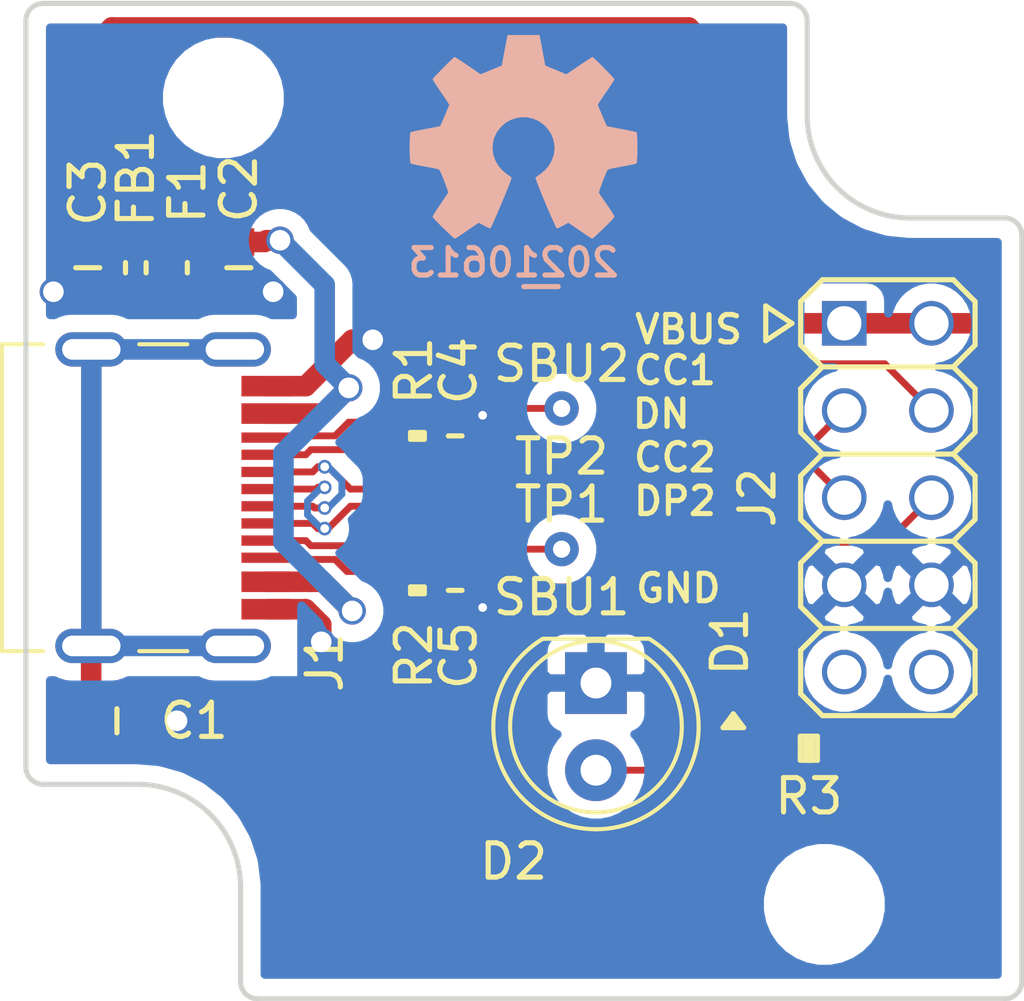
<source format=kicad_pcb>
(kicad_pcb (version 20171130) (host pcbnew 5.1.10-88a1d61d58~88~ubuntu20.10.1)

  (general
    (thickness 1.6)
    (drawings 23)
    (tracks 146)
    (zones 0)
    (modules 20)
    (nets 15)
  )

  (page A4)
  (layers
    (0 F.Cu signal)
    (31 B.Cu signal)
    (32 B.Adhes user)
    (33 F.Adhes user)
    (34 B.Paste user)
    (35 F.Paste user)
    (36 B.SilkS user)
    (37 F.SilkS user)
    (38 B.Mask user)
    (39 F.Mask user)
    (40 Dwgs.User user)
    (41 Cmts.User user)
    (42 Eco1.User user)
    (43 Eco2.User user)
    (44 Edge.Cuts user)
    (45 Margin user)
    (46 B.CrtYd user)
    (47 F.CrtYd user)
    (48 B.Fab user)
    (49 F.Fab user)
  )

  (setup
    (last_trace_width 0.1524)
    (user_trace_width 0.1524)
    (user_trace_width 0.2)
    (user_trace_width 0.3)
    (user_trace_width 0.4)
    (user_trace_width 0.6)
    (user_trace_width 1)
    (user_trace_width 1.5)
    (user_trace_width 2)
    (trace_clearance 0.1524)
    (zone_clearance 0.508)
    (zone_45_only no)
    (trace_min 0.1524)
    (via_size 0.381)
    (via_drill 0.254)
    (via_min_size 0.381)
    (via_min_drill 0.254)
    (user_via 0.4 0.254)
    (user_via 0.6 0.4)
    (user_via 0.8 0.6)
    (user_via 1 0.8)
    (user_via 1.3 1)
    (user_via 1.5 1.2)
    (user_via 1.7 1.4)
    (user_via 1.9 1.6)
    (uvia_size 0.381)
    (uvia_drill 0.254)
    (uvias_allowed no)
    (uvia_min_size 0.381)
    (uvia_min_drill 0.254)
    (edge_width 0.15)
    (segment_width 0.2)
    (pcb_text_width 0.3)
    (pcb_text_size 1.5 1.5)
    (mod_edge_width 0.15)
    (mod_text_size 0.8 0.8)
    (mod_text_width 0.15)
    (pad_size 1.524 1.524)
    (pad_drill 0.762)
    (pad_to_mask_clearance 0.1)
    (solder_mask_min_width 0.15)
    (aux_axis_origin 0 0)
    (visible_elements FFFFFF7F)
    (pcbplotparams
      (layerselection 0x010fc_ffffffff)
      (usegerberextensions true)
      (usegerberattributes false)
      (usegerberadvancedattributes false)
      (creategerberjobfile false)
      (excludeedgelayer true)
      (linewidth 0.100000)
      (plotframeref false)
      (viasonmask false)
      (mode 1)
      (useauxorigin false)
      (hpglpennumber 1)
      (hpglpenspeed 20)
      (hpglpendiameter 15.000000)
      (psnegative false)
      (psa4output false)
      (plotreference true)
      (plotvalue true)
      (plotinvisibletext false)
      (padsonsilk false)
      (subtractmaskfromsilk false)
      (outputformat 1)
      (mirror false)
      (drillshape 0)
      (scaleselection 1)
      (outputdirectory "OSH_Park_2_layer_plots"))
  )

  (net 0 "")
  (net 1 "Net-(C1-Pad1)")
  (net 2 /GND)
  (net 3 /VBUS)
  (net 4 /VCC)
  (net 5 /CC1)
  (net 6 /CC2)
  (net 7 "Net-(D1-Pad2)")
  (net 8 "Net-(F1-Pad1)")
  (net 9 /SBU2)
  (net 10 /SBU1)
  (net 11 /DP)
  (net 12 /DN)
  (net 13 "Net-(J2-Pad10)")
  (net 14 "Net-(J2-Pad9)")

  (net_class Default "This is the default net class."
    (clearance 0.1524)
    (trace_width 0.1524)
    (via_dia 0.381)
    (via_drill 0.254)
    (uvia_dia 0.381)
    (uvia_drill 0.254)
    (add_net /CC1)
    (add_net /CC2)
    (add_net /DN)
    (add_net /DP)
    (add_net /GND)
    (add_net /SBU1)
    (add_net /SBU2)
    (add_net /VBUS)
    (add_net /VCC)
    (add_net "Net-(C1-Pad1)")
    (add_net "Net-(D1-Pad2)")
    (add_net "Net-(F1-Pad1)")
    (add_net "Net-(J2-Pad10)")
    (add_net "Net-(J2-Pad9)")
  )

  (module SquantorUsb:USB-C-HRO-31-M-12 (layer F.Cu) (tedit 60C24EC6) (tstamp 60C1334A)
    (at 140 101.5 270)
    (descr "USB-C HRO-31-M-12 connector")
    (tags USB-C)
    (path /60C183D1)
    (attr smd)
    (fp_text reference J1 (at 4.8 -1.7 90) (layer F.SilkS)
      (effects (font (size 1 1) (thickness 0.15)))
    )
    (fp_text value USB-C_PD_USB (at 4.8 -1.6 90) (layer F.Fab)
      (effects (font (size 1 1) (thickness 0.15)))
    )
    (fp_line (start -4.47 7.695) (end 4.47 7.695) (layer F.Fab) (width 0.12))
    (fp_line (start 5.2 5.5) (end 5.2 7.7) (layer F.CrtYd) (width 0.05))
    (fp_line (start 5.2 7.7) (end -5.2 7.7) (layer F.CrtYd) (width 0.05))
    (fp_line (start -5.2 7.7) (end -5.2 -1.1) (layer F.CrtYd) (width 0.05))
    (fp_line (start -5.2 -1.1) (end 5.2 -1.1) (layer F.CrtYd) (width 0.05))
    (fp_line (start 5.2 -1.1) (end 5.2 5.5) (layer F.CrtYd) (width 0.05))
    (fp_line (start -4.47 7.695) (end -4.47 0.395) (layer F.Fab) (width 0.12))
    (fp_line (start 4.47 7.695) (end 4.47 0.395) (layer F.Fab) (width 0.12))
    (fp_line (start -4.47 0.395) (end 4.47 0.395) (layer F.Fab) (width 0.12))
    (fp_line (start -4.47 3.7) (end -4.47 2.3) (layer F.SilkS) (width 0.12))
    (fp_line (start -4.47 6.5) (end -4.47 7.695) (layer F.SilkS) (width 0.12))
    (fp_line (start -4.47 7.695) (end 4.47 7.695) (layer F.SilkS) (width 0.12))
    (fp_line (start 4.47 7.695) (end 4.47 6.5) (layer F.SilkS) (width 0.12))
    (fp_line (start 4.47 3.7) (end 4.47 2.3) (layer F.SilkS) (width 0.12))
    (pad "" np_thru_hole circle (at -2.89 1.445 270) (size 0.65 0.65) (drill 0.65) (layers *.Cu *.Mask))
    (pad "" np_thru_hole circle (at 2.89 1.445 270) (size 0.65 0.65) (drill 0.65) (layers *.Cu *.Mask))
    (pad S thru_hole oval (at 4.32 5.095 270) (size 1 2.1) (drill oval 0.6 1.7) (layers *.Cu *.Mask)
      (net 1 "Net-(C1-Pad1)"))
    (pad S thru_hole oval (at -4.32 5.095 270) (size 1 2.1) (drill oval 0.6 1.7) (layers *.Cu *.Mask)
      (net 1 "Net-(C1-Pad1)"))
    (pad S thru_hole oval (at 4.32 0.915 270) (size 1 2.1) (drill oval 0.6 1.7) (layers *.Cu *.Mask)
      (net 1 "Net-(C1-Pad1)"))
    (pad S thru_hole oval (at -4.32 0.915 270) (size 1 2.1) (drill oval 0.6 1.7) (layers *.Cu *.Mask)
      (net 1 "Net-(C1-Pad1)"))
    (pad B1A12 smd rect (at 3.25 0 270) (size 0.6 1.45) (layers F.Cu F.Paste F.Mask)
      (net 2 /GND))
    (pad A1B12 smd rect (at -3.25 0 270) (size 0.6 1.45) (layers F.Cu F.Paste F.Mask)
      (net 2 /GND))
    (pad B4A9 smd rect (at 2.45 0 270) (size 0.6 1.45) (layers F.Cu F.Paste F.Mask)
      (net 3 /VBUS))
    (pad A4B9 smd rect (at -2.45 0 270) (size 0.6 1.45) (layers F.Cu F.Paste F.Mask)
      (net 3 /VBUS))
    (pad B5 smd rect (at 1.75 0 270) (size 0.3 1.45) (layers F.Cu F.Paste F.Mask)
      (net 6 /CC2))
    (pad B8 smd rect (at -1.75 0 270) (size 0.3 1.45) (layers F.Cu F.Paste F.Mask)
      (net 9 /SBU2))
    (pad A8 smd rect (at 1.25 0 270) (size 0.3 1.45) (layers F.Cu F.Paste F.Mask)
      (net 10 /SBU1))
    (pad A5 smd rect (at -1.25 0 270) (size 0.3 1.45) (layers F.Cu F.Paste F.Mask)
      (net 5 /CC1))
    (pad B6 smd rect (at 0.75 0 270) (size 0.3 1.45) (layers F.Cu F.Paste F.Mask)
      (net 11 /DP))
    (pad B7 smd rect (at -0.75 0 270) (size 0.3 1.45) (layers F.Cu F.Paste F.Mask)
      (net 12 /DN))
    (pad A7 smd rect (at 0.25 0 270) (size 0.3 1.45) (layers F.Cu F.Paste F.Mask)
      (net 12 /DN))
    (pad A6 smd rect (at -0.25 0 270) (size 0.3 1.45) (layers F.Cu F.Paste F.Mask)
      (net 11 /DP))
  )

  (module SquantorTestPoints:TestPoint_hole_H05R10 (layer F.Cu) (tedit 5F2FE484) (tstamp 60C24484)
    (at 148.6 98.9)
    (descr "Test point with 0.5mm hole and 1.0mm annular ring")
    (tags "Test Point hole 0.5mm ")
    (path /60C2AF2A)
    (fp_text reference TP2 (at 0 1.4) (layer F.SilkS)
      (effects (font (size 1 1) (thickness 0.15)))
    )
    (fp_text value SBU2 (at 0 -1.3) (layer F.SilkS)
      (effects (font (size 1 1) (thickness 0.15)))
    )
    (fp_circle (center 0 0) (end 0.7 0) (layer F.CrtYd) (width 0.12))
    (fp_circle (center 0 0) (end 0.7 0) (layer B.CrtYd) (width 0.12))
    (pad 1 thru_hole circle (at 0 0) (size 1 1) (drill 0.5) (layers *.Cu *.Mask)
      (net 9 /SBU2))
  )

  (module SquantorTestPoints:TestPoint_hole_H05R10 (layer F.Cu) (tedit 5F2FE484) (tstamp 60C2447D)
    (at 148.6 103)
    (descr "Test point with 0.5mm hole and 1.0mm annular ring")
    (tags "Test Point hole 0.5mm ")
    (path /60C2A721)
    (fp_text reference TP1 (at 0 -1.3) (layer F.SilkS)
      (effects (font (size 1 1) (thickness 0.15)))
    )
    (fp_text value SBU1 (at 0 1.4) (layer F.SilkS)
      (effects (font (size 1 1) (thickness 0.15)))
    )
    (fp_circle (center 0 0) (end 0.7 0) (layer F.CrtYd) (width 0.12))
    (fp_circle (center 0 0) (end 0.7 0) (layer B.CrtYd) (width 0.12))
    (pad 1 thru_hole circle (at 0 0) (size 1 1) (drill 0.5) (layers *.Cu *.Mask)
      (net 10 /SBU1))
  )

  (module SquantorConnectors:Header-0254-2X05-H010 (layer F.Cu) (tedit 5C14F088) (tstamp 60C1F936)
    (at 158.1 101.5 270)
    (descr "PIN HEADER")
    (tags "PIN HEADER")
    (path /60C2BCEB)
    (attr virtual)
    (fp_text reference J2 (at 0 3.8 90) (layer F.SilkS)
      (effects (font (size 1 1) (thickness 0.15)))
    )
    (fp_text value Conn_02x05_Odd_Even (at 0 3.81 90) (layer F.Fab)
      (effects (font (size 1 1) (thickness 0.15)))
    )
    (fp_line (start -6.35 1.905) (end -5.715 2.54) (layer F.SilkS) (width 0.15))
    (fp_line (start -4.445 2.54) (end -3.81 1.905) (layer F.SilkS) (width 0.15))
    (fp_line (start -3.81 1.905) (end -3.175 2.54) (layer F.SilkS) (width 0.15))
    (fp_line (start -1.905 2.54) (end -1.27 1.905) (layer F.SilkS) (width 0.15))
    (fp_line (start -1.27 1.905) (end -0.635 2.54) (layer F.SilkS) (width 0.15))
    (fp_line (start 0.635 2.54) (end 1.27 1.905) (layer F.SilkS) (width 0.15))
    (fp_line (start 1.27 1.905) (end 1.905 2.54) (layer F.SilkS) (width 0.15))
    (fp_line (start 3.175 2.54) (end 3.81 1.905) (layer F.SilkS) (width 0.15))
    (fp_line (start 3.81 1.905) (end 4.445 2.54) (layer F.SilkS) (width 0.15))
    (fp_line (start 5.715 2.54) (end 6.35 1.905) (layer F.SilkS) (width 0.15))
    (fp_line (start -6.35 1.905) (end -6.35 -1.905) (layer F.SilkS) (width 0.15))
    (fp_line (start -6.35 -1.905) (end -5.715 -2.54) (layer F.SilkS) (width 0.15))
    (fp_line (start -5.715 -2.54) (end -4.445 -2.54) (layer F.SilkS) (width 0.15))
    (fp_line (start -4.445 -2.54) (end -3.81 -1.905) (layer F.SilkS) (width 0.15))
    (fp_line (start -3.81 -1.905) (end -3.175 -2.54) (layer F.SilkS) (width 0.15))
    (fp_line (start -3.175 -2.54) (end -1.905 -2.54) (layer F.SilkS) (width 0.15))
    (fp_line (start -1.905 -2.54) (end -1.27 -1.905) (layer F.SilkS) (width 0.15))
    (fp_line (start -1.27 -1.905) (end -0.635 -2.54) (layer F.SilkS) (width 0.15))
    (fp_line (start -0.635 -2.54) (end 0.635 -2.54) (layer F.SilkS) (width 0.15))
    (fp_line (start 0.635 -2.54) (end 1.27 -1.905) (layer F.SilkS) (width 0.15))
    (fp_line (start 1.27 -1.905) (end 1.905 -2.54) (layer F.SilkS) (width 0.15))
    (fp_line (start 1.905 -2.54) (end 3.175 -2.54) (layer F.SilkS) (width 0.15))
    (fp_line (start 3.175 -2.54) (end 3.81 -1.905) (layer F.SilkS) (width 0.15))
    (fp_line (start 3.81 -1.905) (end 4.445 -2.54) (layer F.SilkS) (width 0.15))
    (fp_line (start 4.445 -2.54) (end 5.715 -2.54) (layer F.SilkS) (width 0.15))
    (fp_line (start 5.715 -2.54) (end 6.35 -1.905) (layer F.SilkS) (width 0.15))
    (fp_line (start -3.81 -1.905) (end -3.81 1.905) (layer F.SilkS) (width 0.15))
    (fp_line (start -1.27 -1.905) (end -1.27 1.905) (layer F.SilkS) (width 0.15))
    (fp_line (start 1.27 -1.905) (end 1.27 1.905) (layer F.SilkS) (width 0.15))
    (fp_line (start 3.81 -1.905) (end 3.81 1.905) (layer F.SilkS) (width 0.15))
    (fp_line (start 6.35 -1.905) (end 6.35 1.905) (layer F.SilkS) (width 0.15))
    (fp_line (start 4.445 2.54) (end 5.715 2.54) (layer F.SilkS) (width 0.15))
    (fp_line (start 1.905 2.54) (end 3.175 2.54) (layer F.SilkS) (width 0.15))
    (fp_line (start -0.635 2.54) (end 0.635 2.54) (layer F.SilkS) (width 0.15))
    (fp_line (start -3.175 2.54) (end -1.905 2.54) (layer F.SilkS) (width 0.15))
    (fp_line (start -5.715 2.54) (end -4.445 2.54) (layer F.SilkS) (width 0.15))
    (fp_line (start -5.08 2.794) (end -5.588 3.556) (layer F.SilkS) (width 0.15))
    (fp_line (start -5.588 3.556) (end -4.572 3.556) (layer F.SilkS) (width 0.15))
    (fp_line (start -4.572 3.556) (end -5.08 2.794) (layer F.SilkS) (width 0.15))
    (pad 10 thru_hole circle (at 5.08 -1.27 270) (size 1.3 1.3) (drill 1) (layers *.Cu *.Mask)
      (net 13 "Net-(J2-Pad10)"))
    (pad 9 thru_hole circle (at 5.08 1.27 270) (size 1.3 1.3) (drill 1) (layers *.Cu *.Mask)
      (net 14 "Net-(J2-Pad9)"))
    (pad 8 thru_hole circle (at 2.54 -1.27 270) (size 1.3 1.3) (drill 1) (layers *.Cu *.Mask)
      (net 2 /GND))
    (pad 7 thru_hole circle (at 2.54 1.27 270) (size 1.3 1.3) (drill 1) (layers *.Cu *.Mask)
      (net 2 /GND))
    (pad 6 thru_hole circle (at 0 -1.27 270) (size 1.3 1.3) (drill 1) (layers *.Cu *.Mask)
      (net 6 /CC2))
    (pad 5 thru_hole circle (at 0 1.27 270) (size 1.3 1.3) (drill 1) (layers *.Cu *.Mask)
      (net 11 /DP))
    (pad 4 thru_hole circle (at -2.54 -1.27 270) (size 1.3 1.3) (drill 1) (layers *.Cu *.Mask)
      (net 5 /CC1))
    (pad 3 thru_hole circle (at -2.54 1.27 270) (size 1.3 1.3) (drill 1) (layers *.Cu *.Mask)
      (net 12 /DN))
    (pad 2 thru_hole circle (at -5.08 -1.27 270) (size 1.3 1.3) (drill 1) (layers *.Cu *.Mask)
      (net 4 /VCC))
    (pad 1 thru_hole rect (at -5.08 1.27 270) (size 1.3 1.3) (drill 1) (layers *.Cu *.Mask)
      (net 4 /VCC))
  )

  (module SquantorRcl:C_0603 (layer F.Cu) (tedit 5D4422AA) (tstamp 60C00D36)
    (at 135.65 108)
    (descr "Capacitor SMD 0603, reflow soldering, AVX (see smccp.pdf)")
    (tags "capacitor 0603")
    (path /60BE31C3)
    (attr smd)
    (fp_text reference C1 (at 2.25 0) (layer F.SilkS)
      (effects (font (size 1 1) (thickness 0.15)))
    )
    (fp_text value 10n (at 2.65 0) (layer F.Fab)
      (effects (font (size 1 1) (thickness 0.15)))
    )
    (fp_line (start 0 -0.35) (end 0 0.35) (layer F.SilkS) (width 0.15))
    (fp_line (start 1.4 -0.7) (end 1.4 0.7) (layer F.CrtYd) (width 0.05))
    (fp_line (start -1.4 -0.7) (end -1.4 0.7) (layer F.CrtYd) (width 0.05))
    (fp_line (start -1.4 0.7) (end 1.4 0.7) (layer F.CrtYd) (width 0.05))
    (fp_line (start -1.4 -0.7) (end 1.4 -0.7) (layer F.CrtYd) (width 0.05))
    (fp_line (start -0.8 -0.4) (end 0.8 -0.4) (layer F.Fab) (width 0.1))
    (fp_line (start 0.8 -0.4) (end 0.8 0.4) (layer F.Fab) (width 0.1))
    (fp_line (start 0.8 0.4) (end -0.8 0.4) (layer F.Fab) (width 0.1))
    (fp_line (start -0.8 0.4) (end -0.8 -0.4) (layer F.Fab) (width 0.1))
    (pad 2 smd rect (at 0.75 0) (size 0.8 0.9) (layers F.Cu F.Paste F.Mask)
      (net 2 /GND))
    (pad 1 smd rect (at -0.75 0) (size 0.8 0.9) (layers F.Cu F.Paste F.Mask)
      (net 1 "Net-(C1-Pad1)"))
    (model ${KISYS3DMOD}/Capacitor_SMD.3dshapes/C_0603_1608Metric.step
      (at (xyz 0 0 0))
      (scale (xyz 1 1 1))
      (rotate (xyz 0 0 0))
    )
  )

  (module SquantorRcl:R_0603_hand (layer F.Cu) (tedit 5D440259) (tstamp 60C00E44)
    (at 155.8 108.8 180)
    (descr "Resistor SMD 0603, reflow soldering, Vishay (see dcrcw.pdf)")
    (tags "resistor 0603")
    (path /60BFDB94)
    (attr smd)
    (fp_text reference R3 (at 0 -1.4) (layer F.SilkS)
      (effects (font (size 1 1) (thickness 0.15)))
    )
    (fp_text value 1K (at 0 -1.4) (layer F.Fab)
      (effects (font (size 1 1) (thickness 0.15)))
    )
    (fp_line (start -0.8 0.4) (end -0.8 -0.4) (layer F.Fab) (width 0.1))
    (fp_line (start 0.8 0.4) (end -0.8 0.4) (layer F.Fab) (width 0.1))
    (fp_line (start 0.8 -0.4) (end 0.8 0.4) (layer F.Fab) (width 0.1))
    (fp_line (start -0.8 -0.4) (end 0.8 -0.4) (layer F.Fab) (width 0.1))
    (fp_line (start -1.45 -0.75) (end 1.45 -0.75) (layer F.CrtYd) (width 0.05))
    (fp_line (start -1.45 0.75) (end 1.45 0.75) (layer F.CrtYd) (width 0.05))
    (fp_line (start -1.45 -0.75) (end -1.45 0.75) (layer F.CrtYd) (width 0.05))
    (fp_line (start 1.45 -0.75) (end 1.45 0.75) (layer F.CrtYd) (width 0.05))
    (fp_line (start 0.25 -0.35) (end 0.25 0.35) (layer F.SilkS) (width 0.15))
    (fp_line (start -0.25 0.35) (end -0.25 -0.35) (layer F.SilkS) (width 0.15))
    (fp_line (start -0.25 -0.35) (end 0.25 -0.35) (layer F.SilkS) (width 0.15))
    (fp_line (start 0.25 0.35) (end -0.25 0.35) (layer F.SilkS) (width 0.15))
    (fp_line (start -0.1 0.35) (end -0.1 -0.35) (layer F.SilkS) (width 0.15))
    (fp_line (start -0.1 -0.35) (end 0.1 -0.35) (layer F.SilkS) (width 0.15))
    (fp_line (start 0.1 -0.35) (end 0.1 0.35) (layer F.SilkS) (width 0.15))
    (fp_line (start 0 0.35) (end 0 -0.35) (layer F.SilkS) (width 0.15))
    (pad 2 smd rect (at 0.85 0 180) (size 0.7 0.9) (layers F.Cu F.Paste F.Mask)
      (net 7 "Net-(D1-Pad2)"))
    (pad 1 smd rect (at -0.85 0 180) (size 0.7 0.9) (layers F.Cu F.Paste F.Mask)
      (net 4 /VCC))
    (model ${KISYS3DMOD}/Resistor_SMD.3dshapes/R_0603_1608Metric.step
      (at (xyz 0 0 0))
      (scale (xyz 1 1 1))
      (rotate (xyz 0 0 0))
    )
  )

  (module LED_THT:LED_D5.0mm (layer F.Cu) (tedit 5995936A) (tstamp 60C0392D)
    (at 149.6 106.9 270)
    (descr "LED, diameter 5.0mm, 2 pins, http://cdn-reichelt.de/documents/datenblatt/A500/LL-504BC2E-009.pdf")
    (tags "LED diameter 5.0mm 2 pins")
    (path /60C2E638)
    (fp_text reference D2 (at 5.2 2.4 180) (layer F.SilkS)
      (effects (font (size 1 1) (thickness 0.15)))
    )
    (fp_text value LED (at 1.27 3.96 90) (layer F.Fab)
      (effects (font (size 1 1) (thickness 0.15)))
    )
    (fp_line (start 4.5 -3.25) (end -1.95 -3.25) (layer F.CrtYd) (width 0.05))
    (fp_line (start 4.5 3.25) (end 4.5 -3.25) (layer F.CrtYd) (width 0.05))
    (fp_line (start -1.95 3.25) (end 4.5 3.25) (layer F.CrtYd) (width 0.05))
    (fp_line (start -1.95 -3.25) (end -1.95 3.25) (layer F.CrtYd) (width 0.05))
    (fp_line (start -1.29 -1.545) (end -1.29 1.545) (layer F.SilkS) (width 0.12))
    (fp_line (start -1.23 -1.469694) (end -1.23 1.469694) (layer F.Fab) (width 0.1))
    (fp_circle (center 1.27 0) (end 3.77 0) (layer F.SilkS) (width 0.12))
    (fp_circle (center 1.27 0) (end 3.77 0) (layer F.Fab) (width 0.1))
    (fp_text user %R (at 1.25 0 90) (layer F.Fab)
      (effects (font (size 0.8 0.8) (thickness 0.2)))
    )
    (fp_arc (start 1.27 0) (end -1.29 1.54483) (angle -148.9) (layer F.SilkS) (width 0.12))
    (fp_arc (start 1.27 0) (end -1.29 -1.54483) (angle 148.9) (layer F.SilkS) (width 0.12))
    (fp_arc (start 1.27 0) (end -1.23 -1.469694) (angle 299.1) (layer F.Fab) (width 0.1))
    (pad 2 thru_hole circle (at 2.54 0 270) (size 1.8 1.8) (drill 0.9) (layers *.Cu *.Mask)
      (net 7 "Net-(D1-Pad2)"))
    (pad 1 thru_hole rect (at 0 0 270) (size 1.8 1.8) (drill 0.9) (layers *.Cu *.Mask)
      (net 2 /GND))
    (model ${KISYS3DMOD}/LED_THT.3dshapes/LED_D5.0mm.wrl
      (at (xyz 0 0 0))
      (scale (xyz 1 1 1))
      (rotate (xyz 0 0 0))
    )
  )

  (module SquantorLabels:Label_Generic (layer B.Cu) (tedit 5D8A7D4C) (tstamp 5B96DD88)
    (at 148 94.75 180)
    (descr "Label for general purpose use")
    (tags Label)
    (path /5A1357A5)
    (attr smd)
    (fp_text reference N2 (at 0 -1.85) (layer B.Fab) hide
      (effects (font (size 1 1) (thickness 0.15)) (justify mirror))
    )
    (fp_text value 20210613 (at 0.8 0.1) (layer B.SilkS)
      (effects (font (size 0.8 0.8) (thickness 0.15)) (justify mirror))
    )
    (fp_line (start -0.5 -0.6) (end 0.5 -0.6) (layer B.SilkS) (width 0.15))
  )

  (module SquantorRcl:R_0402_hand (layer F.Cu) (tedit 5D440136) (tstamp 60C00E31)
    (at 144.4 104.2 90)
    (descr "Resistor SMD 0402, reflow soldering, Vishay (see dcrcw.pdf)")
    (tags "resistor 0402")
    (path /60BFD12A)
    (attr smd)
    (fp_text reference R2 (at -1.9 -0.1 90) (layer F.SilkS)
      (effects (font (size 1 1) (thickness 0.15)))
    )
    (fp_text value 5.1K (at -1.9 -0.1 90) (layer F.Fab)
      (effects (font (size 1 1) (thickness 0.15)))
    )
    (fp_line (start 0 -0.2) (end 0 0.2) (layer F.SilkS) (width 0.15))
    (fp_line (start -0.1 0.2) (end -0.1 -0.2) (layer F.SilkS) (width 0.15))
    (fp_line (start 0.1 0.2) (end -0.1 0.2) (layer F.SilkS) (width 0.15))
    (fp_line (start 0.1 -0.2) (end 0.1 0.2) (layer F.SilkS) (width 0.15))
    (fp_line (start -0.1 -0.2) (end 0.1 -0.2) (layer F.SilkS) (width 0.15))
    (fp_line (start 1.1 -0.55) (end 1.1 0.55) (layer F.CrtYd) (width 0.05))
    (fp_line (start -1.1 -0.55) (end -1.1 0.55) (layer F.CrtYd) (width 0.05))
    (fp_line (start -1.1 0.55) (end 1.1 0.55) (layer F.CrtYd) (width 0.05))
    (fp_line (start -1.1 -0.55) (end 1.1 -0.55) (layer F.CrtYd) (width 0.05))
    (fp_line (start -0.5 -0.25) (end 0.5 -0.25) (layer F.Fab) (width 0.1))
    (fp_line (start 0.5 -0.25) (end 0.5 0.25) (layer F.Fab) (width 0.1))
    (fp_line (start 0.5 0.25) (end -0.5 0.25) (layer F.Fab) (width 0.1))
    (fp_line (start -0.5 0.25) (end -0.5 -0.25) (layer F.Fab) (width 0.1))
    (pad 2 smd rect (at 0.55 0 90) (size 0.6 0.6) (layers F.Cu F.Paste F.Mask)
      (net 6 /CC2))
    (pad 1 smd rect (at -0.55 0 90) (size 0.6 0.6) (layers F.Cu F.Paste F.Mask)
      (net 2 /GND))
    (model ${KISYS3DMOD}/Resistor_SMD.3dshapes/R_0402_1005Metric.step
      (at (xyz 0 0 0))
      (scale (xyz 1 1 1))
      (rotate (xyz 0 0 0))
    )
  )

  (module SquantorRcl:R_0402_hand (layer F.Cu) (tedit 5D440136) (tstamp 60C00E1E)
    (at 144.4 99.7 270)
    (descr "Resistor SMD 0402, reflow soldering, Vishay (see dcrcw.pdf)")
    (tags "resistor 0402")
    (path /60BE9556)
    (attr smd)
    (fp_text reference R1 (at -1.9 0.1 90) (layer F.SilkS)
      (effects (font (size 1 1) (thickness 0.15)))
    )
    (fp_text value 5.1K (at -1.9 0.1 90) (layer F.Fab)
      (effects (font (size 1 1) (thickness 0.15)))
    )
    (fp_line (start 0 -0.2) (end 0 0.2) (layer F.SilkS) (width 0.15))
    (fp_line (start -0.1 0.2) (end -0.1 -0.2) (layer F.SilkS) (width 0.15))
    (fp_line (start 0.1 0.2) (end -0.1 0.2) (layer F.SilkS) (width 0.15))
    (fp_line (start 0.1 -0.2) (end 0.1 0.2) (layer F.SilkS) (width 0.15))
    (fp_line (start -0.1 -0.2) (end 0.1 -0.2) (layer F.SilkS) (width 0.15))
    (fp_line (start 1.1 -0.55) (end 1.1 0.55) (layer F.CrtYd) (width 0.05))
    (fp_line (start -1.1 -0.55) (end -1.1 0.55) (layer F.CrtYd) (width 0.05))
    (fp_line (start -1.1 0.55) (end 1.1 0.55) (layer F.CrtYd) (width 0.05))
    (fp_line (start -1.1 -0.55) (end 1.1 -0.55) (layer F.CrtYd) (width 0.05))
    (fp_line (start -0.5 -0.25) (end 0.5 -0.25) (layer F.Fab) (width 0.1))
    (fp_line (start 0.5 -0.25) (end 0.5 0.25) (layer F.Fab) (width 0.1))
    (fp_line (start 0.5 0.25) (end -0.5 0.25) (layer F.Fab) (width 0.1))
    (fp_line (start -0.5 0.25) (end -0.5 -0.25) (layer F.Fab) (width 0.1))
    (pad 2 smd rect (at 0.55 0 270) (size 0.6 0.6) (layers F.Cu F.Paste F.Mask)
      (net 5 /CC1))
    (pad 1 smd rect (at -0.55 0 270) (size 0.6 0.6) (layers F.Cu F.Paste F.Mask)
      (net 2 /GND))
    (model ${KISYS3DMOD}/Resistor_SMD.3dshapes/R_0402_1005Metric.step
      (at (xyz 0 0 0))
      (scale (xyz 1 1 1))
      (rotate (xyz 0 0 0))
    )
  )

  (module SquantorRcl:L_0603 (layer F.Cu) (tedit 5D56B376) (tstamp 60C00DA4)
    (at 136.2 94.8 270)
    (descr "Inductor SMD 0603")
    (tags "Inductor 0402")
    (path /60BEC507)
    (attr smd)
    (fp_text reference FB1 (at -2.6 0 90) (layer F.SilkS)
      (effects (font (size 1 1) (thickness 0.15)))
    )
    (fp_text value 600 (at -2.7 0 90) (layer F.Fab)
      (effects (font (size 1 1) (thickness 0.15)))
    )
    (fp_line (start -0.15 0.3) (end 0.15 0.3) (layer F.SilkS) (width 0.15))
    (fp_line (start -0.15 -0.3) (end 0.15 -0.3) (layer F.SilkS) (width 0.15))
    (fp_line (start 1.4 -0.7) (end 1.4 0.7) (layer F.CrtYd) (width 0.05))
    (fp_line (start -1.4 -0.7) (end -1.4 0.7) (layer F.CrtYd) (width 0.05))
    (fp_line (start -1.4 0.7) (end 1.4 0.7) (layer F.CrtYd) (width 0.05))
    (fp_line (start -1.4 -0.7) (end 1.4 -0.7) (layer F.CrtYd) (width 0.05))
    (fp_line (start -0.8 -0.4) (end 0.8 -0.4) (layer F.Fab) (width 0.1))
    (fp_line (start 0.8 -0.4) (end 0.8 0.4) (layer F.Fab) (width 0.1))
    (fp_line (start 0.8 0.4) (end -0.8 0.4) (layer F.Fab) (width 0.1))
    (fp_line (start -0.8 0.4) (end -0.8 -0.4) (layer F.Fab) (width 0.1))
    (pad 2 smd rect (at 0.75 0 270) (size 0.8 0.9) (layers F.Cu F.Paste F.Mask)
      (net 8 "Net-(F1-Pad1)"))
    (pad 1 smd rect (at -0.75 0 270) (size 0.8 0.9) (layers F.Cu F.Paste F.Mask)
      (net 4 /VCC))
    (model ${KISYS3DMOD}/Inductor_SMD.3dshapes/L_0603_1608Metric.step
      (at (xyz 0 0 0))
      (scale (xyz 1 1 1))
      (rotate (xyz 0 0 0))
    )
  )

  (module SquantorRcl:F_0603_hand (layer F.Cu) (tedit 5D55497D) (tstamp 60C00D94)
    (at 137.7 94.8 90)
    (descr "Fuse SMD 0603, reflow soldering")
    (tags "fuse 0603")
    (path /60BE9415)
    (attr smd)
    (fp_text reference F1 (at 2.2 0 90) (layer F.SilkS)
      (effects (font (size 1 1) (thickness 0.15)))
    )
    (fp_text value 500mA (at 3.8 0 90) (layer F.Fab)
      (effects (font (size 1 1) (thickness 0.15)))
    )
    (fp_line (start -0.15 0) (end 0.15 0) (layer F.SilkS) (width 0.15))
    (fp_line (start 1.4 -0.75) (end 1.4 0.75) (layer F.CrtYd) (width 0.05))
    (fp_line (start -1.4 -0.75) (end -1.4 0.75) (layer F.CrtYd) (width 0.05))
    (fp_line (start -1.4 0.75) (end 1.4 0.75) (layer F.CrtYd) (width 0.05))
    (fp_line (start -1.4 -0.75) (end 1.4 -0.75) (layer F.CrtYd) (width 0.05))
    (fp_line (start -0.8 -0.4) (end 0.8 -0.4) (layer F.Fab) (width 0.1))
    (fp_line (start 0.8 -0.4) (end 0.8 0.4) (layer F.Fab) (width 0.1))
    (fp_line (start 0.8 0.4) (end -0.8 0.4) (layer F.Fab) (width 0.1))
    (fp_line (start -0.8 0.4) (end -0.8 -0.4) (layer F.Fab) (width 0.1))
    (pad 2 smd rect (at 0.75 0 90) (size 0.8 0.9) (layers F.Cu F.Paste F.Mask)
      (net 3 /VBUS))
    (pad 1 smd rect (at -0.75 0 90) (size 0.8 0.9) (layers F.Cu F.Paste F.Mask)
      (net 8 "Net-(F1-Pad1)"))
    (model ${KISYS3DMOD}/Resistor_SMD.3dshapes/R_0603_1608Metric.step
      (at (xyz 0 0 0))
      (scale (xyz 1 1 1))
      (rotate (xyz 0 0 0))
    )
    (model ${KISYS3DMOD}/Inductor_SMD.3dshapes/L_0603_1608Metric.step
      (at (xyz 0 0 0))
      (scale (xyz 1 1 1))
      (rotate (xyz 0 0 0))
    )
  )

  (module SquantorDiodes:LED_0603_hand (layer F.Cu) (tedit 5D43FE44) (tstamp 60C00D85)
    (at 153.6 108 270)
    (descr "LED SMD 0603, reflow soldering, general purpose")
    (tags "LED 0603")
    (path /60BFB682)
    (attr smd)
    (fp_text reference D1 (at -2.3 0.1 90) (layer F.SilkS)
      (effects (font (size 1 1) (thickness 0.15)))
    )
    (fp_text value LED (at -2.7 0.1 90) (layer F.Fab)
      (effects (font (size 1 1) (thickness 0.15)))
    )
    (fp_line (start 0.1 -0.2) (end 0.1 0.2) (layer F.SilkS) (width 0.15))
    (fp_line (start -0.2 0) (end 0.2 0) (layer F.SilkS) (width 0.15))
    (fp_line (start 0.2 0.3) (end 0.2 -0.3) (layer F.SilkS) (width 0.15))
    (fp_line (start -0.2 0) (end 0.2 0.3) (layer F.SilkS) (width 0.15))
    (fp_line (start 0.2 -0.3) (end -0.2 0) (layer F.SilkS) (width 0.15))
    (fp_line (start 1.5 -0.7) (end 1.5 0.7) (layer F.CrtYd) (width 0.05))
    (fp_line (start -1.5 -0.7) (end -1.5 0.7) (layer F.CrtYd) (width 0.05))
    (fp_line (start -1.5 0.7) (end 1.5 0.7) (layer F.CrtYd) (width 0.05))
    (fp_line (start -1.5 -0.7) (end 1.5 -0.7) (layer F.CrtYd) (width 0.05))
    (fp_line (start -0.8 -0.4) (end 0.8 -0.4) (layer F.Fab) (width 0.1))
    (fp_line (start 0.8 -0.4) (end 0.8 0.4) (layer F.Fab) (width 0.1))
    (fp_line (start 0.8 0.4) (end -0.8 0.4) (layer F.Fab) (width 0.1))
    (fp_line (start -0.8 0.4) (end -0.8 -0.4) (layer F.Fab) (width 0.1))
    (pad 2 smd rect (at 0.85 0 270) (size 0.7 0.9) (layers F.Cu F.Paste F.Mask)
      (net 7 "Net-(D1-Pad2)"))
    (pad 1 smd rect (at -0.85 0 270) (size 0.7 0.9) (layers F.Cu F.Paste F.Mask)
      (net 2 /GND))
    (model ${KISYS3DMOD}/LED_SMD.3dshapes/LED_0603_1608Metric.step
      (at (xyz 0 0 0))
      (scale (xyz 1 1 1))
      (rotate (xyz 0 0 0))
    )
  )

  (module SquantorRcl:C_0402 (layer F.Cu) (tedit 5D442507) (tstamp 60C00D72)
    (at 145.5 104.2 90)
    (descr "Capacitor SMD 0402, reflow soldering, AVX (see smccp.pdf)")
    (tags "capacitor 0402")
    (path /60BF6E43)
    (attr smd)
    (fp_text reference C5 (at -1.9 0.1 90) (layer F.SilkS)
      (effects (font (size 1 1) (thickness 0.15)))
    )
    (fp_text value 470p (at -2 0.1 90) (layer F.Fab)
      (effects (font (size 1 1) (thickness 0.15)))
    )
    (fp_line (start 0 -0.2) (end 0 0.2) (layer F.SilkS) (width 0.15))
    (fp_line (start 1.1 -0.55) (end 1.1 0.55) (layer F.CrtYd) (width 0.05))
    (fp_line (start -1.1 -0.55) (end -1.1 0.55) (layer F.CrtYd) (width 0.05))
    (fp_line (start -1.1 0.55) (end 1.1 0.55) (layer F.CrtYd) (width 0.05))
    (fp_line (start -1.1 -0.55) (end 1.1 -0.55) (layer F.CrtYd) (width 0.05))
    (fp_line (start -0.5 -0.25) (end 0.5 -0.25) (layer F.Fab) (width 0.1))
    (fp_line (start 0.5 -0.25) (end 0.5 0.25) (layer F.Fab) (width 0.1))
    (fp_line (start 0.5 0.25) (end -0.5 0.25) (layer F.Fab) (width 0.1))
    (fp_line (start -0.5 0.25) (end -0.5 -0.25) (layer F.Fab) (width 0.1))
    (pad 2 smd rect (at 0.55 0 90) (size 0.6 0.6) (layers F.Cu F.Paste F.Mask)
      (net 6 /CC2))
    (pad 1 smd rect (at -0.55 0 90) (size 0.6 0.6) (layers F.Cu F.Paste F.Mask)
      (net 2 /GND))
    (model ${KISYS3DMOD}/Capacitor_SMD.3dshapes/C_0402_1005Metric.step
      (at (xyz 0 0 0))
      (scale (xyz 1 1 1))
      (rotate (xyz 0 0 0))
    )
  )

  (module SquantorRcl:C_0402 (layer F.Cu) (tedit 5D442507) (tstamp 60C00D63)
    (at 145.5 99.7 270)
    (descr "Capacitor SMD 0402, reflow soldering, AVX (see smccp.pdf)")
    (tags "capacitor 0402")
    (path /60BF23C4)
    (attr smd)
    (fp_text reference C4 (at -1.9 -0.1 90) (layer F.SilkS)
      (effects (font (size 1 1) (thickness 0.15)))
    )
    (fp_text value 470p (at -2.9 -0.1 90) (layer F.Fab)
      (effects (font (size 1 1) (thickness 0.15)))
    )
    (fp_line (start 0 -0.2) (end 0 0.2) (layer F.SilkS) (width 0.15))
    (fp_line (start 1.1 -0.55) (end 1.1 0.55) (layer F.CrtYd) (width 0.05))
    (fp_line (start -1.1 -0.55) (end -1.1 0.55) (layer F.CrtYd) (width 0.05))
    (fp_line (start -1.1 0.55) (end 1.1 0.55) (layer F.CrtYd) (width 0.05))
    (fp_line (start -1.1 -0.55) (end 1.1 -0.55) (layer F.CrtYd) (width 0.05))
    (fp_line (start -0.5 -0.25) (end 0.5 -0.25) (layer F.Fab) (width 0.1))
    (fp_line (start 0.5 -0.25) (end 0.5 0.25) (layer F.Fab) (width 0.1))
    (fp_line (start 0.5 0.25) (end -0.5 0.25) (layer F.Fab) (width 0.1))
    (fp_line (start -0.5 0.25) (end -0.5 -0.25) (layer F.Fab) (width 0.1))
    (pad 2 smd rect (at 0.55 0 270) (size 0.6 0.6) (layers F.Cu F.Paste F.Mask)
      (net 5 /CC1))
    (pad 1 smd rect (at -0.55 0 270) (size 0.6 0.6) (layers F.Cu F.Paste F.Mask)
      (net 2 /GND))
    (model ${KISYS3DMOD}/Capacitor_SMD.3dshapes/C_0402_1005Metric.step
      (at (xyz 0 0 0))
      (scale (xyz 1 1 1))
      (rotate (xyz 0 0 0))
    )
  )

  (module SquantorRcl:C_0603 (layer F.Cu) (tedit 5D4422AA) (tstamp 60C00D54)
    (at 134.8 94.8 270)
    (descr "Capacitor SMD 0603, reflow soldering, AVX (see smccp.pdf)")
    (tags "capacitor 0603")
    (path /60BEB6D5)
    (attr smd)
    (fp_text reference C3 (at -2.2 0 90) (layer F.SilkS)
      (effects (font (size 1 1) (thickness 0.15)))
    )
    (fp_text value 10u (at -2.7 0 90) (layer F.Fab)
      (effects (font (size 1 1) (thickness 0.15)))
    )
    (fp_line (start 0 -0.35) (end 0 0.35) (layer F.SilkS) (width 0.15))
    (fp_line (start 1.4 -0.7) (end 1.4 0.7) (layer F.CrtYd) (width 0.05))
    (fp_line (start -1.4 -0.7) (end -1.4 0.7) (layer F.CrtYd) (width 0.05))
    (fp_line (start -1.4 0.7) (end 1.4 0.7) (layer F.CrtYd) (width 0.05))
    (fp_line (start -1.4 -0.7) (end 1.4 -0.7) (layer F.CrtYd) (width 0.05))
    (fp_line (start -0.8 -0.4) (end 0.8 -0.4) (layer F.Fab) (width 0.1))
    (fp_line (start 0.8 -0.4) (end 0.8 0.4) (layer F.Fab) (width 0.1))
    (fp_line (start 0.8 0.4) (end -0.8 0.4) (layer F.Fab) (width 0.1))
    (fp_line (start -0.8 0.4) (end -0.8 -0.4) (layer F.Fab) (width 0.1))
    (pad 2 smd rect (at 0.75 0 270) (size 0.8 0.9) (layers F.Cu F.Paste F.Mask)
      (net 2 /GND))
    (pad 1 smd rect (at -0.75 0 270) (size 0.8 0.9) (layers F.Cu F.Paste F.Mask)
      (net 4 /VCC))
    (model ${KISYS3DMOD}/Capacitor_SMD.3dshapes/C_0603_1608Metric.step
      (at (xyz 0 0 0))
      (scale (xyz 1 1 1))
      (rotate (xyz 0 0 0))
    )
  )

  (module SquantorRcl:C_0603 (layer F.Cu) (tedit 5D4422AA) (tstamp 60C00D45)
    (at 139.2 94.8 270)
    (descr "Capacitor SMD 0603, reflow soldering, AVX (see smccp.pdf)")
    (tags "capacitor 0603")
    (path /60BEA382)
    (attr smd)
    (fp_text reference C2 (at -2.3 0 90) (layer F.SilkS)
      (effects (font (size 1 1) (thickness 0.15)))
    )
    (fp_text value 100n (at -2.3 0 90) (layer F.Fab)
      (effects (font (size 1 1) (thickness 0.15)))
    )
    (fp_line (start 0 -0.35) (end 0 0.35) (layer F.SilkS) (width 0.15))
    (fp_line (start 1.4 -0.7) (end 1.4 0.7) (layer F.CrtYd) (width 0.05))
    (fp_line (start -1.4 -0.7) (end -1.4 0.7) (layer F.CrtYd) (width 0.05))
    (fp_line (start -1.4 0.7) (end 1.4 0.7) (layer F.CrtYd) (width 0.05))
    (fp_line (start -1.4 -0.7) (end 1.4 -0.7) (layer F.CrtYd) (width 0.05))
    (fp_line (start -0.8 -0.4) (end 0.8 -0.4) (layer F.Fab) (width 0.1))
    (fp_line (start 0.8 -0.4) (end 0.8 0.4) (layer F.Fab) (width 0.1))
    (fp_line (start 0.8 0.4) (end -0.8 0.4) (layer F.Fab) (width 0.1))
    (fp_line (start -0.8 0.4) (end -0.8 -0.4) (layer F.Fab) (width 0.1))
    (pad 2 smd rect (at 0.75 0 270) (size 0.8 0.9) (layers F.Cu F.Paste F.Mask)
      (net 2 /GND))
    (pad 1 smd rect (at -0.75 0 270) (size 0.8 0.9) (layers F.Cu F.Paste F.Mask)
      (net 3 /VBUS))
    (model ${KISYS3DMOD}/Capacitor_SMD.3dshapes/C_0603_1608Metric.step
      (at (xyz 0 0 0))
      (scale (xyz 1 1 1))
      (rotate (xyz 0 0 0))
    )
  )

  (module Symbols:OSHW-Symbol_6.7x6mm_SilkScreen (layer B.Cu) (tedit 0) (tstamp 5A135134)
    (at 147.5 91 180)
    (descr "Open Source Hardware Symbol")
    (tags "Logo Symbol OSHW")
    (path /5A135869)
    (attr virtual)
    (fp_text reference N1 (at 0 0) (layer B.SilkS) hide
      (effects (font (size 1 1) (thickness 0.15)) (justify mirror))
    )
    (fp_text value OHWLOGO (at 0.75 0) (layer B.Fab) hide
      (effects (font (size 1 1) (thickness 0.15)) (justify mirror))
    )
    (fp_poly (pts (xy 0.555814 2.531069) (xy 0.639635 2.086445) (xy 0.94892 1.958947) (xy 1.258206 1.831449)
      (xy 1.629246 2.083754) (xy 1.733157 2.154004) (xy 1.827087 2.216728) (xy 1.906652 2.269062)
      (xy 1.96747 2.308143) (xy 2.005157 2.331107) (xy 2.015421 2.336058) (xy 2.03391 2.323324)
      (xy 2.07342 2.288118) (xy 2.129522 2.234938) (xy 2.197787 2.168282) (xy 2.273786 2.092646)
      (xy 2.353092 2.012528) (xy 2.431275 1.932426) (xy 2.503907 1.856836) (xy 2.566559 1.790255)
      (xy 2.614803 1.737182) (xy 2.64421 1.702113) (xy 2.651241 1.690377) (xy 2.641123 1.66874)
      (xy 2.612759 1.621338) (xy 2.569129 1.552807) (xy 2.513218 1.467785) (xy 2.448006 1.370907)
      (xy 2.410219 1.31565) (xy 2.341343 1.214752) (xy 2.28014 1.123701) (xy 2.229578 1.04703)
      (xy 2.192628 0.989272) (xy 2.172258 0.954957) (xy 2.169197 0.947746) (xy 2.176136 0.927252)
      (xy 2.195051 0.879487) (xy 2.223087 0.811168) (xy 2.257391 0.729011) (xy 2.295109 0.63973)
      (xy 2.333387 0.550042) (xy 2.36937 0.466662) (xy 2.400206 0.396306) (xy 2.423039 0.34569)
      (xy 2.435017 0.321529) (xy 2.435724 0.320578) (xy 2.454531 0.315964) (xy 2.504618 0.305672)
      (xy 2.580793 0.290713) (xy 2.677865 0.272099) (xy 2.790643 0.250841) (xy 2.856442 0.238582)
      (xy 2.97695 0.215638) (xy 3.085797 0.193805) (xy 3.177476 0.174278) (xy 3.246481 0.158252)
      (xy 3.287304 0.146921) (xy 3.295511 0.143326) (xy 3.303548 0.118994) (xy 3.310033 0.064041)
      (xy 3.31497 -0.015108) (xy 3.318364 -0.112026) (xy 3.320218 -0.220287) (xy 3.320538 -0.333465)
      (xy 3.319327 -0.445135) (xy 3.31659 -0.548868) (xy 3.312331 -0.638241) (xy 3.306555 -0.706826)
      (xy 3.299267 -0.748197) (xy 3.294895 -0.75681) (xy 3.268764 -0.767133) (xy 3.213393 -0.781892)
      (xy 3.136107 -0.799352) (xy 3.04423 -0.81778) (xy 3.012158 -0.823741) (xy 2.857524 -0.852066)
      (xy 2.735375 -0.874876) (xy 2.641673 -0.89308) (xy 2.572384 -0.907583) (xy 2.523471 -0.919292)
      (xy 2.490897 -0.929115) (xy 2.470628 -0.937956) (xy 2.458626 -0.946724) (xy 2.456947 -0.948457)
      (xy 2.440184 -0.976371) (xy 2.414614 -1.030695) (xy 2.382788 -1.104777) (xy 2.34726 -1.191965)
      (xy 2.310583 -1.285608) (xy 2.275311 -1.379052) (xy 2.243996 -1.465647) (xy 2.219193 -1.53874)
      (xy 2.203454 -1.591678) (xy 2.199332 -1.617811) (xy 2.199676 -1.618726) (xy 2.213641 -1.640086)
      (xy 2.245322 -1.687084) (xy 2.291391 -1.754827) (xy 2.348518 -1.838423) (xy 2.413373 -1.932982)
      (xy 2.431843 -1.959854) (xy 2.497699 -2.057275) (xy 2.55565 -2.146163) (xy 2.602538 -2.221412)
      (xy 2.635207 -2.27792) (xy 2.6505 -2.310581) (xy 2.651241 -2.314593) (xy 2.638392 -2.335684)
      (xy 2.602888 -2.377464) (xy 2.549293 -2.435445) (xy 2.482171 -2.505135) (xy 2.406087 -2.582045)
      (xy 2.325604 -2.661683) (xy 2.245287 -2.739561) (xy 2.169699 -2.811186) (xy 2.103405 -2.87207)
      (xy 2.050969 -2.917721) (xy 2.016955 -2.94365) (xy 2.007545 -2.947883) (xy 1.985643 -2.937912)
      (xy 1.9408 -2.91102) (xy 1.880321 -2.871736) (xy 1.833789 -2.840117) (xy 1.749475 -2.782098)
      (xy 1.649626 -2.713784) (xy 1.549473 -2.645579) (xy 1.495627 -2.609075) (xy 1.313371 -2.4858)
      (xy 1.160381 -2.56852) (xy 1.090682 -2.604759) (xy 1.031414 -2.632926) (xy 0.991311 -2.648991)
      (xy 0.981103 -2.651226) (xy 0.968829 -2.634722) (xy 0.944613 -2.588082) (xy 0.910263 -2.515609)
      (xy 0.867588 -2.421606) (xy 0.818394 -2.310374) (xy 0.76449 -2.186215) (xy 0.707684 -2.053432)
      (xy 0.649782 -1.916327) (xy 0.592593 -1.779202) (xy 0.537924 -1.646358) (xy 0.487584 -1.522098)
      (xy 0.44338 -1.410725) (xy 0.407119 -1.316539) (xy 0.380609 -1.243844) (xy 0.365658 -1.196941)
      (xy 0.363254 -1.180833) (xy 0.382311 -1.160286) (xy 0.424036 -1.126933) (xy 0.479706 -1.087702)
      (xy 0.484378 -1.084599) (xy 0.628264 -0.969423) (xy 0.744283 -0.835053) (xy 0.83143 -0.685784)
      (xy 0.888699 -0.525913) (xy 0.915086 -0.359737) (xy 0.909585 -0.191552) (xy 0.87119 -0.025655)
      (xy 0.798895 0.133658) (xy 0.777626 0.168513) (xy 0.666996 0.309263) (xy 0.536302 0.422286)
      (xy 0.390064 0.506997) (xy 0.232808 0.562806) (xy 0.069057 0.589126) (xy -0.096667 0.58537)
      (xy -0.259838 0.55095) (xy -0.415935 0.485277) (xy -0.560433 0.387765) (xy -0.605131 0.348187)
      (xy -0.718888 0.224297) (xy -0.801782 0.093876) (xy -0.858644 -0.052315) (xy -0.890313 -0.197088)
      (xy -0.898131 -0.35986) (xy -0.872062 -0.52344) (xy -0.814755 -0.682298) (xy -0.728856 -0.830906)
      (xy -0.617014 -0.963735) (xy -0.481877 -1.075256) (xy -0.464117 -1.087011) (xy -0.40785 -1.125508)
      (xy -0.365077 -1.158863) (xy -0.344628 -1.18016) (xy -0.344331 -1.180833) (xy -0.348721 -1.203871)
      (xy -0.366124 -1.256157) (xy -0.394732 -1.33339) (xy -0.432735 -1.431268) (xy -0.478326 -1.545491)
      (xy -0.529697 -1.671758) (xy -0.585038 -1.805767) (xy -0.642542 -1.943218) (xy -0.700399 -2.079808)
      (xy -0.756802 -2.211237) (xy -0.809942 -2.333205) (xy -0.85801 -2.441409) (xy -0.899199 -2.531549)
      (xy -0.931699 -2.599323) (xy -0.953703 -2.64043) (xy -0.962564 -2.651226) (xy -0.98964 -2.642819)
      (xy -1.040303 -2.620272) (xy -1.105817 -2.587613) (xy -1.141841 -2.56852) (xy -1.294832 -2.4858)
      (xy -1.477088 -2.609075) (xy -1.570125 -2.672228) (xy -1.671985 -2.741727) (xy -1.767438 -2.807165)
      (xy -1.81525 -2.840117) (xy -1.882495 -2.885273) (xy -1.939436 -2.921057) (xy -1.978646 -2.942938)
      (xy -1.991381 -2.947563) (xy -2.009917 -2.935085) (xy -2.050941 -2.900252) (xy -2.110475 -2.846678)
      (xy -2.184542 -2.777983) (xy -2.269165 -2.697781) (xy -2.322685 -2.646286) (xy -2.416319 -2.554286)
      (xy -2.497241 -2.471999) (xy -2.562177 -2.402945) (xy -2.607858 -2.350644) (xy -2.631011 -2.318616)
      (xy -2.633232 -2.312116) (xy -2.622924 -2.287394) (xy -2.594439 -2.237405) (xy -2.550937 -2.167212)
      (xy -2.495577 -2.081875) (xy -2.43152 -1.986456) (xy -2.413303 -1.959854) (xy -2.346927 -1.863167)
      (xy -2.287378 -1.776117) (xy -2.237984 -1.703595) (xy -2.202075 -1.650493) (xy -2.182981 -1.621703)
      (xy -2.181136 -1.618726) (xy -2.183895 -1.595782) (xy -2.198538 -1.545336) (xy -2.222513 -1.474041)
      (xy -2.253266 -1.388547) (xy -2.288244 -1.295507) (xy -2.324893 -1.201574) (xy -2.360661 -1.113399)
      (xy -2.392994 -1.037634) (xy -2.419338 -0.980931) (xy -2.437142 -0.949943) (xy -2.438407 -0.948457)
      (xy -2.449294 -0.939601) (xy -2.467682 -0.930843) (xy -2.497606 -0.921277) (xy -2.543103 -0.909996)
      (xy -2.608209 -0.896093) (xy -2.696961 -0.878663) (xy -2.813393 -0.856798) (xy -2.961542 -0.829591)
      (xy -2.993618 -0.823741) (xy -3.088686 -0.805374) (xy -3.171565 -0.787405) (xy -3.23493 -0.771569)
      (xy -3.271458 -0.7596) (xy -3.276356 -0.75681) (xy -3.284427 -0.732072) (xy -3.290987 -0.67679)
      (xy -3.296033 -0.597389) (xy -3.299559 -0.500296) (xy -3.301561 -0.391938) (xy -3.302036 -0.27874)
      (xy -3.300977 -0.167128) (xy -3.298382 -0.063529) (xy -3.294246 0.025632) (xy -3.288563 0.093928)
      (xy -3.281331 0.134934) (xy -3.276971 0.143326) (xy -3.252698 0.151792) (xy -3.197426 0.165565)
      (xy -3.116662 0.18345) (xy -3.015912 0.204252) (xy -2.900683 0.226777) (xy -2.837902 0.238582)
      (xy -2.718787 0.260849) (xy -2.612565 0.281021) (xy -2.524427 0.298085) (xy -2.459566 0.311031)
      (xy -2.423174 0.318845) (xy -2.417184 0.320578) (xy -2.407061 0.34011) (xy -2.385662 0.387157)
      (xy -2.355839 0.454997) (xy -2.320445 0.536909) (xy -2.282332 0.626172) (xy -2.244353 0.716065)
      (xy -2.20936 0.799865) (xy -2.180206 0.870853) (xy -2.159743 0.922306) (xy -2.150823 0.947503)
      (xy -2.150657 0.948604) (xy -2.160769 0.968481) (xy -2.189117 1.014223) (xy -2.232723 1.081283)
      (xy -2.288606 1.165116) (xy -2.353787 1.261174) (xy -2.391679 1.31635) (xy -2.460725 1.417519)
      (xy -2.52205 1.50937) (xy -2.572663 1.587256) (xy -2.609571 1.646531) (xy -2.629782 1.682549)
      (xy -2.632701 1.690623) (xy -2.620153 1.709416) (xy -2.585463 1.749543) (xy -2.533063 1.806507)
      (xy -2.467384 1.875815) (xy -2.392856 1.952969) (xy -2.313913 2.033475) (xy -2.234983 2.112837)
      (xy -2.1605 2.18656) (xy -2.094894 2.250148) (xy -2.042596 2.299106) (xy -2.008039 2.328939)
      (xy -1.996478 2.336058) (xy -1.977654 2.326047) (xy -1.932631 2.297922) (xy -1.865787 2.254546)
      (xy -1.781499 2.198782) (xy -1.684144 2.133494) (xy -1.610707 2.083754) (xy -1.239667 1.831449)
      (xy -0.621095 2.086445) (xy -0.537275 2.531069) (xy -0.453454 2.975693) (xy 0.471994 2.975693)
      (xy 0.555814 2.531069)) (layer B.SilkS) (width 0.01))
  )

  (module SquantorPcbOutline:MountingHole_2.5mm_no_metal locked (layer F.Cu) (tedit 5C816C3B) (tstamp 5C8172B0)
    (at 138.75 89.85)
    (path /5C816D19)
    (fp_text reference H1 (at 0 -1.95) (layer F.SilkS) hide
      (effects (font (size 1 1) (thickness 0.15)))
    )
    (fp_text value Drill_Hole_no_metal (at 0 1.85) (layer F.Fab) hide
      (effects (font (size 1 1) (thickness 0.15)))
    )
    (pad "" np_thru_hole circle (at 0 0) (size 2.5 2.5) (drill 2.5) (layers *.Cu *.Mask))
  )

  (module SquantorPcbOutline:MountingHole_2.5mm_no_metal locked (layer F.Cu) (tedit 5C816C2A) (tstamp 5C8172B5)
    (at 156.25 113.35)
    (path /5C816C08)
    (fp_text reference H2 (at 0 2.05) (layer F.SilkS) hide
      (effects (font (size 1 1) (thickness 0.15)))
    )
    (fp_text value Drill_Hole_no_metal (at 0 3) (layer F.Fab) hide
      (effects (font (size 1 1) (thickness 0.15)))
    )
    (pad "" np_thru_hole circle (at 0 0) (size 2.5 2.5) (drill 2.5) (layers *.Cu *.Mask))
  )

  (gr_text GND (at 152 104.14) (layer F.SilkS) (tstamp 60C1FDE5)
    (effects (font (size 0.8 0.8) (thickness 0.15)))
  )
  (gr_text DP2 (at 151.9 101.6) (layer F.SilkS)
    (effects (font (size 0.8 0.8) (thickness 0.15)))
  )
  (gr_text CC2 (at 151.9 100.33) (layer F.SilkS)
    (effects (font (size 0.8 0.8) (thickness 0.15)))
  )
  (gr_text DN (at 151.5 99.06) (layer F.SilkS)
    (effects (font (size 0.8 0.8) (thickness 0.15)))
  )
  (gr_text CC1 (at 151.9 97.79) (layer F.SilkS)
    (effects (font (size 0.8 0.8) (thickness 0.15)))
  )
  (gr_text VBUS (at 152.3 96.6) (layer F.SilkS)
    (effects (font (size 0.8 0.8) (thickness 0.15)))
  )
  (gr_line (start 133 97) (end 133 87.6) (layer Edge.Cuts) (width 0.15) (tstamp 60C13F65))
  (gr_line (start 133 109.35) (end 133 97) (layer Edge.Cuts) (width 0.15))
  (gr_arc (start 136.25 112.849583) (end 139.25 112.849583) (angle -90.95484125) (layer Edge.Cuts) (width 0.15) (tstamp 5C8173A2))
  (gr_arc (start 161.5 93.85) (end 162 93.85) (angle -90) (layer Edge.Cuts) (width 0.15) (tstamp 5C81739D))
  (gr_arc (start 161.5 115.6) (end 161.5 116.1) (angle -90) (layer Edge.Cuts) (width 0.15) (tstamp 5C817399))
  (gr_arc (start 139.75 115.6) (end 139.25 115.6) (angle -90) (layer Edge.Cuts) (width 0.15) (tstamp 5C817397))
  (gr_arc (start 133.5 109.35) (end 133 109.35) (angle -90) (layer Edge.Cuts) (width 0.15) (tstamp 5C817393))
  (gr_arc (start 133.5 87.6) (end 133.5 87.1) (angle -90) (layer Edge.Cuts) (width 0.15) (tstamp 5C81738B))
  (gr_line (start 136.200007 109.85) (end 133.5 109.85) (layer Edge.Cuts) (width 0.15))
  (gr_line (start 139.25 115.6) (end 139.25 112.849583) (layer Edge.Cuts) (width 0.15))
  (gr_line (start 161.5 116.1) (end 139.75 116.1) (layer Edge.Cuts) (width 0.15))
  (gr_line (start 162 93.85) (end 162 115.6) (layer Edge.Cuts) (width 0.15))
  (gr_line (start 158.749999 93.35) (end 161.5 93.35) (layer Edge.Cuts) (width 0.15))
  (gr_arc (start 158.75 90.35) (end 155.75 90.35) (angle -89.9999809) (layer Edge.Cuts) (width 0.15))
  (gr_line (start 155.75 87.6) (end 155.75 90.35) (layer Edge.Cuts) (width 0.15))
  (gr_arc (start 155.25 87.6) (end 155.75 87.6) (angle -90) (layer Edge.Cuts) (width 0.15))
  (gr_line (start 133.5 87.1) (end 155.25 87.1) (layer Edge.Cuts) (width 0.15))

  (segment (start 134.9 105.825) (end 134.905 105.82) (width 0.6) (layer F.Cu) (net 1))
  (segment (start 134.9 108) (end 134.9 105.825) (width 0.6) (layer F.Cu) (net 1))
  (segment (start 134.905 105.82) (end 139.085 105.82) (width 0.6) (layer B.Cu) (net 1))
  (segment (start 134.905 105.82) (end 134.905 97.18) (width 0.6) (layer B.Cu) (net 1))
  (segment (start 134.905 97.18) (end 139.085 97.18) (width 0.6) (layer B.Cu) (net 1))
  (segment (start 144.25 104.75) (end 145.5 104.75) (width 0.2) (layer F.Cu) (net 2))
  (segment (start 133.85 95.55) (end 133.8 95.5) (width 0.6) (layer F.Cu) (net 2))
  (via (at 133.8 95.5) (size 0.8) (drill 0.6) (layers F.Cu B.Cu) (net 2))
  (segment (start 134.8 95.55) (end 133.85 95.55) (width 0.6) (layer F.Cu) (net 2))
  (via (at 140.2 95.5) (size 0.8) (drill 0.6) (layers F.Cu B.Cu) (net 2))
  (segment (start 140.15 95.55) (end 140.2 95.5) (width 0.6) (layer F.Cu) (net 2))
  (segment (start 139.2 95.55) (end 140.15 95.55) (width 0.6) (layer F.Cu) (net 2))
  (segment (start 136.4 108) (end 137.4 108) (width 0.6) (layer F.Cu) (net 2))
  (via (at 137.4 108) (size 0.8) (drill 0.6) (layers F.Cu B.Cu) (net 2))
  (segment (start 146.3 99.1) (end 144.25 99.1) (width 0.2) (layer F.Cu) (net 2))
  (via (at 146.3 99.1) (size 0.4) (drill 0.254) (layers F.Cu B.Cu) (net 2))
  (segment (start 146.25 104.75) (end 146.3 104.7) (width 0.2) (layer F.Cu) (net 2))
  (segment (start 145.5 104.75) (end 146.25 104.75) (width 0.2) (layer F.Cu) (net 2))
  (via (at 146.3 104.7) (size 0.4) (drill 0.254) (layers F.Cu B.Cu) (net 2))
  (segment (start 153.6 107.15) (end 151.15 107.15) (width 0.2) (layer F.Cu) (net 2))
  (segment (start 150.9 106.9) (end 149.6 106.9) (width 0.2) (layer F.Cu) (net 2))
  (segment (start 151.15 107.15) (end 150.9 106.9) (width 0.2) (layer F.Cu) (net 2))
  (via (at 141.6 105.7) (size 0.8) (drill 0.6) (layers F.Cu B.Cu) (net 2))
  (segment (start 141.6 105.2) (end 141.15 104.75) (width 0.6) (layer F.Cu) (net 2))
  (segment (start 141.15 104.75) (end 140.05 104.75) (width 0.6) (layer F.Cu) (net 2))
  (segment (start 141.6 105.7) (end 141.6 105.2) (width 0.6) (layer F.Cu) (net 2))
  (segment (start 141.15 98.25) (end 140 98.25) (width 0.6) (layer F.Cu) (net 2))
  (segment (start 142.5 96.9) (end 141.15 98.25) (width 0.6) (layer F.Cu) (net 2))
  (segment (start 143.1 96.9) (end 142.5 96.9) (width 0.6) (layer F.Cu) (net 2))
  (via (at 143.1 96.9) (size 0.8) (drill 0.6) (layers F.Cu B.Cu) (net 2))
  (via (at 140.4 94) (size 0.8) (drill 0.6) (layers F.Cu B.Cu) (net 3))
  (segment (start 137.7 94.05) (end 139.2 94.05) (width 0.6) (layer F.Cu) (net 3))
  (segment (start 139.2 94.05) (end 139.95 94.05) (width 0.6) (layer F.Cu) (net 3))
  (segment (start 140 94) (end 140.4 94) (width 0.6) (layer F.Cu) (net 3))
  (segment (start 139.95 94.05) (end 140 94) (width 0.6) (layer F.Cu) (net 3))
  (segment (start 141.7 95.3) (end 140.4 94) (width 0.6) (layer B.Cu) (net 3))
  (segment (start 142.4 98.3) (end 141.7 97.6) (width 0.6) (layer B.Cu) (net 3))
  (segment (start 141.7 97.6) (end 141.7 95.3) (width 0.6) (layer B.Cu) (net 3))
  (via (at 142.4 98.3) (size 0.8) (drill 0.6) (layers F.Cu B.Cu) (net 3))
  (segment (start 140.5 100.2) (end 142.4 98.3) (width 0.6) (layer B.Cu) (net 3))
  (segment (start 140.5 102.8) (end 140.5 100.2) (width 0.6) (layer B.Cu) (net 3))
  (segment (start 142.5 104.8) (end 140.5 102.8) (width 0.6) (layer B.Cu) (net 3))
  (via (at 142.5 104.8) (size 0.8) (drill 0.6) (layers F.Cu B.Cu) (net 3))
  (segment (start 141.65 99.05) (end 140 99.05) (width 0.6) (layer F.Cu) (net 3))
  (segment (start 142.4 98.3) (end 141.65 99.05) (width 0.6) (layer F.Cu) (net 3))
  (segment (start 141.65 103.95) (end 140 103.95) (width 0.6) (layer F.Cu) (net 3))
  (segment (start 142.5 104.8) (end 141.65 103.95) (width 0.6) (layer F.Cu) (net 3))
  (segment (start 136.2 94.05) (end 134.8 94.05) (width 0.6) (layer F.Cu) (net 4))
  (segment (start 136.2 94.05) (end 136.1 93.95) (width 0.6) (layer F.Cu) (net 4))
  (segment (start 135.5 87.8) (end 134.8 88.5) (width 0.6) (layer F.Cu) (net 4))
  (segment (start 152.3 87.8) (end 135.5 87.8) (width 0.6) (layer F.Cu) (net 4))
  (segment (start 153.4 88.9) (end 152.3 87.8) (width 0.6) (layer F.Cu) (net 4))
  (segment (start 159.37 96.42) (end 156.83 96.42) (width 0.6) (layer F.Cu) (net 4))
  (segment (start 153.4 94.8) (end 153.4 88.9) (width 0.6) (layer F.Cu) (net 4))
  (segment (start 155.02 96.42) (end 153.4 94.8) (width 0.6) (layer F.Cu) (net 4))
  (segment (start 155.02 96.42) (end 156.83 96.42) (width 0.6) (layer F.Cu) (net 4))
  (segment (start 134.8 94.05) (end 134.8 88.5) (width 0.6) (layer F.Cu) (net 4))
  (segment (start 161 107.3) (end 159.5 108.8) (width 0.6) (layer F.Cu) (net 4))
  (segment (start 161 96.8) (end 161 107.3) (width 0.6) (layer F.Cu) (net 4))
  (segment (start 160.62 96.42) (end 161 96.8) (width 0.6) (layer F.Cu) (net 4))
  (segment (start 159.5 108.8) (end 156.65 108.8) (width 0.6) (layer F.Cu) (net 4))
  (segment (start 159.37 96.42) (end 160.62 96.42) (width 0.6) (layer F.Cu) (net 4))
  (segment (start 144.4 100.25) (end 145.5 100.25) (width 0.2) (layer F.Cu) (net 5))
  (segment (start 141.3 100.1) (end 142.6 100.1) (width 0.2) (layer F.Cu) (net 5))
  (segment (start 142.6 100.1) (end 142.75 100.25) (width 0.2) (layer F.Cu) (net 5))
  (segment (start 141.15 100.25) (end 141.3 100.1) (width 0.2) (layer F.Cu) (net 5))
  (segment (start 142.75 100.25) (end 144.4 100.25) (width 0.2) (layer F.Cu) (net 5))
  (segment (start 140 100.25) (end 141.15 100.25) (width 0.2) (layer F.Cu) (net 5))
  (segment (start 158.01 97.6) (end 159.37 98.96) (width 0.2) (layer F.Cu) (net 5))
  (segment (start 155.1 97.6) (end 158.01 97.6) (width 0.2) (layer F.Cu) (net 5))
  (segment (start 152.45 100.25) (end 155.1 97.6) (width 0.2) (layer F.Cu) (net 5))
  (segment (start 145.5 100.25) (end 152.45 100.25) (width 0.2) (layer F.Cu) (net 5))
  (segment (start 142.35 103.65) (end 144.4 103.65) (width 0.2) (layer F.Cu) (net 6))
  (segment (start 144.4 103.65) (end 145.5 103.65) (width 0.2) (layer F.Cu) (net 6))
  (segment (start 158.07 102.8) (end 159.37 101.5) (width 0.2) (layer F.Cu) (net 6))
  (segment (start 151.2 102.8) (end 158.07 102.8) (width 0.2) (layer F.Cu) (net 6))
  (segment (start 149.9 104.1) (end 151.2 102.8) (width 0.2) (layer F.Cu) (net 6))
  (segment (start 147.4 104.1) (end 149.9 104.1) (width 0.2) (layer F.Cu) (net 6))
  (segment (start 146.95 103.65) (end 147.4 104.1) (width 0.2) (layer F.Cu) (net 6))
  (segment (start 145.5 103.65) (end 146.95 103.65) (width 0.2) (layer F.Cu) (net 6))
  (segment (start 140 103.25) (end 141.05 103.25) (width 0.2) (layer F.Cu) (net 6))
  (segment (start 141.05 103.25) (end 141.1 103.3) (width 0.2) (layer F.Cu) (net 6))
  (segment (start 142 103.3) (end 142.35 103.65) (width 0.2) (layer F.Cu) (net 6))
  (segment (start 141.1 103.3) (end 142 103.3) (width 0.2) (layer F.Cu) (net 6))
  (segment (start 153.6 108.85) (end 151.75 108.85) (width 0.2) (layer F.Cu) (net 7))
  (segment (start 151.16 109.44) (end 149.6 109.44) (width 0.2) (layer F.Cu) (net 7))
  (segment (start 151.75 108.85) (end 151.16 109.44) (width 0.2) (layer F.Cu) (net 7))
  (segment (start 154.95 108.8) (end 154.4 108.8) (width 0.2) (layer F.Cu) (net 7))
  (segment (start 154.35 108.85) (end 153.6 108.85) (width 0.2) (layer F.Cu) (net 7))
  (segment (start 154.4 108.8) (end 154.35 108.85) (width 0.2) (layer F.Cu) (net 7))
  (segment (start 137.7 95.55) (end 136.2 95.55) (width 0.6) (layer F.Cu) (net 8))
  (segment (start 142.85 99.3) (end 142.4 99.3) (width 0.2) (layer F.Cu) (net 9))
  (segment (start 143.75 98.4) (end 142.85 99.3) (width 0.2) (layer F.Cu) (net 9))
  (segment (start 147 98.4) (end 143.75 98.4) (width 0.2) (layer F.Cu) (net 9))
  (segment (start 147.5 98.9) (end 147 98.4) (width 0.2) (layer F.Cu) (net 9))
  (segment (start 148.6 98.9) (end 147.5 98.9) (width 0.2) (layer F.Cu) (net 9))
  (segment (start 140 99.75) (end 141.05 99.75) (width 0.2) (layer F.Cu) (net 9))
  (segment (start 141.05 99.75) (end 141.1 99.7) (width 0.2) (layer F.Cu) (net 9))
  (segment (start 142 99.7) (end 142.4 99.3) (width 0.2) (layer F.Cu) (net 9))
  (segment (start 141.1 99.7) (end 142 99.7) (width 0.2) (layer F.Cu) (net 9))
  (segment (start 146.2 102.4) (end 146.8 103) (width 0.2) (layer F.Cu) (net 10))
  (segment (start 143.1 102.4) (end 146.2 102.4) (width 0.2) (layer F.Cu) (net 10))
  (segment (start 146.8 103) (end 148.6 103) (width 0.2) (layer F.Cu) (net 10))
  (segment (start 142.6 102.9) (end 143.1 102.4) (width 0.2) (layer F.Cu) (net 10))
  (segment (start 141.3 102.9) (end 142.6 102.9) (width 0.2) (layer F.Cu) (net 10))
  (segment (start 141.15 102.75) (end 141.3 102.9) (width 0.2) (layer F.Cu) (net 10))
  (segment (start 140 102.75) (end 141.15 102.75) (width 0.2) (layer F.Cu) (net 10))
  (segment (start 141.35 102.25) (end 140 102.25) (width 0.2) (layer F.Cu) (net 11))
  (segment (start 141.5 102.4) (end 141.35 102.25) (width 0.2) (layer F.Cu) (net 11))
  (segment (start 141.7 102.4) (end 141.5 102.4) (width 0.2) (layer F.Cu) (net 11))
  (via (at 141.7 102.4) (size 0.4) (drill 0.254) (layers F.Cu B.Cu) (net 11))
  (segment (start 141.45 101.25) (end 140 101.25) (width 0.2) (layer F.Cu) (net 11))
  (segment (start 141.5 101.2) (end 141.45 101.25) (width 0.2) (layer F.Cu) (net 11))
  (segment (start 141.7 101.2) (end 141.5 101.2) (width 0.2) (layer F.Cu) (net 11))
  (via (at 141.7 101.2) (size 0.4) (drill 0.254) (layers F.Cu B.Cu) (net 11))
  (segment (start 141.2 102) (end 141.6 102.4) (width 0.2) (layer B.Cu) (net 11))
  (segment (start 141.6 102.4) (end 141.7 102.4) (width 0.2) (layer B.Cu) (net 11))
  (segment (start 141.2 101.6) (end 141.2 102) (width 0.2) (layer B.Cu) (net 11))
  (segment (start 141.6 101.2) (end 141.2 101.6) (width 0.2) (layer B.Cu) (net 11))
  (segment (start 141.7 101.2) (end 141.6 101.2) (width 0.2) (layer B.Cu) (net 11))
  (segment (start 155.83 100.5) (end 156.83 101.5) (width 0.2) (layer F.Cu) (net 11))
  (segment (start 155.1 100.5) (end 155.83 100.5) (width 0.2) (layer F.Cu) (net 11))
  (segment (start 153.85 101.75) (end 155.1 100.5) (width 0.2) (layer F.Cu) (net 11))
  (segment (start 142.45 101.75) (end 153.85 101.75) (width 0.2) (layer F.Cu) (net 11))
  (segment (start 141.8 102.4) (end 142.45 101.75) (width 0.2) (layer F.Cu) (net 11))
  (segment (start 141.7 102.4) (end 141.8 102.4) (width 0.2) (layer F.Cu) (net 11))
  (segment (start 141.4 101.8) (end 141.35 101.75) (width 0.2) (layer F.Cu) (net 12))
  (segment (start 141.7 101.8) (end 141.4 101.8) (width 0.2) (layer F.Cu) (net 12))
  (segment (start 141.35 101.75) (end 140 101.75) (width 0.2) (layer F.Cu) (net 12))
  (via (at 141.7 101.8) (size 0.4) (drill 0.254) (layers F.Cu B.Cu) (net 12))
  (via (at 141.7 100.6) (size 0.4) (drill 0.254) (layers F.Cu B.Cu) (net 12))
  (segment (start 141.7 100.6) (end 141.5 100.6) (width 0.2) (layer F.Cu) (net 12))
  (segment (start 141.35 100.75) (end 140 100.75) (width 0.2) (layer F.Cu) (net 12))
  (segment (start 141.5 100.6) (end 141.35 100.75) (width 0.2) (layer F.Cu) (net 12))
  (segment (start 141.8 101.8) (end 141.7 101.8) (width 0.2) (layer B.Cu) (net 12))
  (segment (start 142.2 101.4) (end 141.8 101.8) (width 0.2) (layer B.Cu) (net 12))
  (segment (start 142.2 101) (end 142.2 101.4) (width 0.2) (layer B.Cu) (net 12))
  (segment (start 141.8 100.6) (end 142.2 101) (width 0.2) (layer B.Cu) (net 12))
  (segment (start 141.7 100.6) (end 141.8 100.6) (width 0.2) (layer B.Cu) (net 12))
  (segment (start 156.83 98.97) (end 156.83 98.96) (width 0.2) (layer F.Cu) (net 12))
  (segment (start 155.8 100) (end 156.83 98.97) (width 0.2) (layer F.Cu) (net 12))
  (segment (start 154.9 100) (end 155.8 100) (width 0.2) (layer F.Cu) (net 12))
  (segment (start 153.65 101.25) (end 154.9 100) (width 0.2) (layer F.Cu) (net 12))
  (segment (start 142.45 101.25) (end 153.65 101.25) (width 0.2) (layer F.Cu) (net 12))
  (segment (start 141.8 100.6) (end 142.45 101.25) (width 0.2) (layer F.Cu) (net 12))
  (segment (start 141.7 100.6) (end 141.8 100.6) (width 0.2) (layer F.Cu) (net 12))

  (zone (net 2) (net_name /GND) (layer B.Cu) (tstamp 60C524FF) (hatch edge 0.508)
    (connect_pads (clearance 0.508))
    (min_thickness 0.254)
    (fill yes (arc_segments 32) (thermal_gap 0.508) (thermal_bridge_width 0.508))
    (polygon
      (pts
        (xy 156 91) (xy 158 93) (xy 162 93) (xy 162 116) (xy 139 116)
        (xy 139 113) (xy 136 110) (xy 133 110) (xy 133 106.7) (xy 140.9 106.7)
        (xy 140.9 96.3) (xy 133 96.3) (xy 133 87) (xy 156 87)
      )
    )
    (filled_polygon
      (pts
        (xy 155.040001 90.384877) (xy 155.043125 90.416601) (xy 155.042995 90.435292) (xy 155.043962 90.445158) (xy 155.105163 91.027448)
        (xy 155.118107 91.090505) (xy 155.130161 91.153695) (xy 155.133026 91.163185) (xy 155.306162 91.722498) (xy 155.331086 91.781789)
        (xy 155.355205 91.841487) (xy 155.359857 91.850234) (xy 155.359859 91.850238) (xy 155.359861 91.850241) (xy 155.638337 92.365272)
        (xy 155.674306 92.418598) (xy 155.709557 92.472467) (xy 155.715822 92.480149) (xy 156.089032 92.931283) (xy 156.134688 92.976621)
        (xy 156.179718 93.022604) (xy 156.187357 93.028923) (xy 156.641085 93.398974) (xy 156.694665 93.434573) (xy 156.747779 93.470941)
        (xy 156.756496 93.475654) (xy 156.756504 93.475658) (xy 157.273462 93.75053) (xy 157.332924 93.775038) (xy 157.392106 93.800404)
        (xy 157.401576 93.803335) (xy 157.962084 93.972562) (xy 158.025214 93.985062) (xy 158.088153 93.99844) (xy 158.098012 93.999476)
        (xy 158.680208 94.056561) (xy 158.715122 94.06) (xy 161.29 94.06) (xy 161.290001 115.39) (xy 139.96 115.39)
        (xy 139.96 113.164344) (xy 154.365 113.164344) (xy 154.365 113.535656) (xy 154.437439 113.899834) (xy 154.579534 114.242882)
        (xy 154.785825 114.551618) (xy 155.048382 114.814175) (xy 155.357118 115.020466) (xy 155.700166 115.162561) (xy 156.064344 115.235)
        (xy 156.435656 115.235) (xy 156.799834 115.162561) (xy 157.142882 115.020466) (xy 157.451618 114.814175) (xy 157.714175 114.551618)
        (xy 157.920466 114.242882) (xy 158.062561 113.899834) (xy 158.135 113.535656) (xy 158.135 113.164344) (xy 158.062561 112.800166)
        (xy 157.920466 112.457118) (xy 157.714175 112.148382) (xy 157.451618 111.885825) (xy 157.142882 111.679534) (xy 156.799834 111.537439)
        (xy 156.435656 111.465) (xy 156.064344 111.465) (xy 155.700166 111.537439) (xy 155.357118 111.679534) (xy 155.048382 111.885825)
        (xy 154.785825 112.148382) (xy 154.579534 112.457118) (xy 154.437439 112.800166) (xy 154.365 113.164344) (xy 139.96 113.164344)
        (xy 139.96 112.814706) (xy 139.959587 112.810515) (xy 139.959111 112.770253) (xy 139.955398 112.736499) (xy 139.955069 112.702527)
        (xy 139.953937 112.692678) (xy 139.883041 112.111489) (xy 139.869051 112.048668) (xy 139.855943 111.985675) (xy 139.85292 111.976234)
        (xy 139.670487 111.419885) (xy 139.644576 111.361012) (xy 139.619468 111.301731) (xy 139.614668 111.293057) (xy 139.327647 110.782737)
        (xy 139.290775 110.72999) (xy 139.25465 110.676743) (xy 139.248257 110.669166) (xy 138.867581 110.224315) (xy 138.821212 110.179779)
        (xy 138.775388 110.134519) (xy 138.767645 110.128328) (xy 138.307814 109.765889) (xy 138.253655 109.731193) (xy 138.199933 109.695709)
        (xy 138.191135 109.69114) (xy 137.669662 109.424919) (xy 137.609767 109.401392) (xy 137.550206 109.377031) (xy 137.540689 109.374258)
        (xy 136.977439 109.214394) (xy 136.914092 109.202944) (xy 136.850954 109.19062) (xy 136.841082 109.189748) (xy 136.84108 109.189748)
        (xy 136.26354 109.142822) (xy 136.234884 109.14) (xy 133.71 109.14) (xy 133.71 107.8) (xy 148.061928 107.8)
        (xy 148.074188 107.924482) (xy 148.110498 108.04418) (xy 148.169463 108.154494) (xy 148.248815 108.251185) (xy 148.345506 108.330537)
        (xy 148.45582 108.389502) (xy 148.474127 108.395056) (xy 148.407688 108.461495) (xy 148.239701 108.712905) (xy 148.123989 108.992257)
        (xy 148.065 109.288816) (xy 148.065 109.591184) (xy 148.123989 109.887743) (xy 148.239701 110.167095) (xy 148.407688 110.418505)
        (xy 148.621495 110.632312) (xy 148.872905 110.800299) (xy 149.152257 110.916011) (xy 149.448816 110.975) (xy 149.751184 110.975)
        (xy 150.047743 110.916011) (xy 150.327095 110.800299) (xy 150.578505 110.632312) (xy 150.792312 110.418505) (xy 150.960299 110.167095)
        (xy 151.076011 109.887743) (xy 151.135 109.591184) (xy 151.135 109.288816) (xy 151.076011 108.992257) (xy 150.960299 108.712905)
        (xy 150.792312 108.461495) (xy 150.725873 108.395056) (xy 150.74418 108.389502) (xy 150.854494 108.330537) (xy 150.951185 108.251185)
        (xy 151.030537 108.154494) (xy 151.089502 108.04418) (xy 151.125812 107.924482) (xy 151.138072 107.8) (xy 151.135 107.18575)
        (xy 150.97625 107.027) (xy 149.727 107.027) (xy 149.727 107.047) (xy 149.473 107.047) (xy 149.473 107.027)
        (xy 148.22375 107.027) (xy 148.065 107.18575) (xy 148.061928 107.8) (xy 133.71 107.8) (xy 133.71 106.827)
        (xy 133.831228 106.827) (xy 133.918553 106.873676) (xy 134.132501 106.938577) (xy 134.299248 106.955) (xy 135.510752 106.955)
        (xy 135.677499 106.938577) (xy 135.891447 106.873676) (xy 135.978772 106.827) (xy 138.011228 106.827) (xy 138.098553 106.873676)
        (xy 138.312501 106.938577) (xy 138.479248 106.955) (xy 139.690752 106.955) (xy 139.857499 106.938577) (xy 140.071447 106.873676)
        (xy 140.158772 106.827) (xy 140.9 106.827) (xy 140.924776 106.82456) (xy 140.948601 106.817333) (xy 140.970557 106.805597)
        (xy 140.989803 106.789803) (xy 141.005597 106.770557) (xy 141.017333 106.748601) (xy 141.02456 106.724776) (xy 141.027 106.7)
        (xy 141.027 106) (xy 148.061928 106) (xy 148.065 106.61425) (xy 148.22375 106.773) (xy 149.473 106.773)
        (xy 149.473 105.52375) (xy 149.727 105.52375) (xy 149.727 106.773) (xy 150.97625 106.773) (xy 151.135 106.61425)
        (xy 151.135804 106.453439) (xy 155.545 106.453439) (xy 155.545 106.706561) (xy 155.594381 106.954821) (xy 155.691247 107.188676)
        (xy 155.831875 107.39914) (xy 156.01086 107.578125) (xy 156.221324 107.718753) (xy 156.455179 107.815619) (xy 156.703439 107.865)
        (xy 156.956561 107.865) (xy 157.204821 107.815619) (xy 157.438676 107.718753) (xy 157.64914 107.578125) (xy 157.828125 107.39914)
        (xy 157.968753 107.188676) (xy 158.065619 106.954821) (xy 158.1 106.781973) (xy 158.134381 106.954821) (xy 158.231247 107.188676)
        (xy 158.371875 107.39914) (xy 158.55086 107.578125) (xy 158.761324 107.718753) (xy 158.995179 107.815619) (xy 159.243439 107.865)
        (xy 159.496561 107.865) (xy 159.744821 107.815619) (xy 159.978676 107.718753) (xy 160.18914 107.578125) (xy 160.368125 107.39914)
        (xy 160.508753 107.188676) (xy 160.605619 106.954821) (xy 160.655 106.706561) (xy 160.655 106.453439) (xy 160.605619 106.205179)
        (xy 160.508753 105.971324) (xy 160.368125 105.76086) (xy 160.18914 105.581875) (xy 159.978676 105.441247) (xy 159.744821 105.344381)
        (xy 159.569256 105.30946) (xy 159.696449 105.28927) (xy 159.933896 105.201578) (xy 160.022534 105.154201) (xy 160.075922 104.925527)
        (xy 159.37 104.219605) (xy 158.664078 104.925527) (xy 158.717466 105.154201) (xy 158.947374 105.260095) (xy 159.161211 105.311356)
        (xy 158.995179 105.344381) (xy 158.761324 105.441247) (xy 158.55086 105.581875) (xy 158.371875 105.76086) (xy 158.231247 105.971324)
        (xy 158.134381 106.205179) (xy 158.1 106.378027) (xy 158.065619 106.205179) (xy 157.968753 105.971324) (xy 157.828125 105.76086)
        (xy 157.64914 105.581875) (xy 157.438676 105.441247) (xy 157.204821 105.344381) (xy 157.029256 105.30946) (xy 157.156449 105.28927)
        (xy 157.393896 105.201578) (xy 157.482534 105.154201) (xy 157.535922 104.925527) (xy 156.83 104.219605) (xy 156.124078 104.925527)
        (xy 156.177466 105.154201) (xy 156.407374 105.260095) (xy 156.621211 105.311356) (xy 156.455179 105.344381) (xy 156.221324 105.441247)
        (xy 156.01086 105.581875) (xy 155.831875 105.76086) (xy 155.691247 105.971324) (xy 155.594381 106.205179) (xy 155.545 106.453439)
        (xy 151.135804 106.453439) (xy 151.138072 106) (xy 151.125812 105.875518) (xy 151.089502 105.75582) (xy 151.030537 105.645506)
        (xy 150.951185 105.548815) (xy 150.854494 105.469463) (xy 150.74418 105.410498) (xy 150.624482 105.374188) (xy 150.5 105.361928)
        (xy 149.88575 105.365) (xy 149.727 105.52375) (xy 149.473 105.52375) (xy 149.31425 105.365) (xy 148.7 105.361928)
        (xy 148.575518 105.374188) (xy 148.45582 105.410498) (xy 148.345506 105.469463) (xy 148.248815 105.548815) (xy 148.169463 105.645506)
        (xy 148.110498 105.75582) (xy 148.074188 105.875518) (xy 148.061928 106) (xy 141.027 106) (xy 141.027 104.64929)
        (xy 141.522569 105.144859) (xy 141.582795 105.290256) (xy 141.696063 105.459774) (xy 141.840226 105.603937) (xy 142.009744 105.717205)
        (xy 142.198102 105.795226) (xy 142.398061 105.835) (xy 142.601939 105.835) (xy 142.801898 105.795226) (xy 142.990256 105.717205)
        (xy 143.159774 105.603937) (xy 143.303937 105.459774) (xy 143.417205 105.290256) (xy 143.495226 105.101898) (xy 143.535 104.901939)
        (xy 143.535 104.698061) (xy 143.495226 104.498102) (xy 143.417205 104.309744) (xy 143.303937 104.140226) (xy 143.159774 103.996063)
        (xy 142.990256 103.882795) (xy 142.844859 103.822569) (xy 142.135526 103.113237) (xy 142.232281 103.048587) (xy 142.348587 102.932281)
        (xy 142.378032 102.888212) (xy 147.465 102.888212) (xy 147.465 103.111788) (xy 147.508617 103.331067) (xy 147.594176 103.537624)
        (xy 147.718388 103.72352) (xy 147.87648 103.881612) (xy 148.062376 104.005824) (xy 148.268933 104.091383) (xy 148.488212 104.135)
        (xy 148.711788 104.135) (xy 148.80502 104.116455) (xy 155.541048 104.116455) (xy 155.58073 104.366449) (xy 155.668422 104.603896)
        (xy 155.715799 104.692534) (xy 155.944473 104.745922) (xy 156.650395 104.04) (xy 157.009605 104.04) (xy 157.715527 104.745922)
        (xy 157.944201 104.692534) (xy 158.050095 104.462626) (xy 158.101776 104.247038) (xy 158.12073 104.366449) (xy 158.208422 104.603896)
        (xy 158.255799 104.692534) (xy 158.484473 104.745922) (xy 159.190395 104.04) (xy 159.549605 104.04) (xy 160.255527 104.745922)
        (xy 160.484201 104.692534) (xy 160.590095 104.462626) (xy 160.649102 104.216476) (xy 160.658952 103.963545) (xy 160.61927 103.713551)
        (xy 160.531578 103.476104) (xy 160.484201 103.387466) (xy 160.255527 103.334078) (xy 159.549605 104.04) (xy 159.190395 104.04)
        (xy 158.484473 103.334078) (xy 158.255799 103.387466) (xy 158.149905 103.617374) (xy 158.098224 103.832962) (xy 158.07927 103.713551)
        (xy 157.991578 103.476104) (xy 157.944201 103.387466) (xy 157.715527 103.334078) (xy 157.009605 104.04) (xy 156.650395 104.04)
        (xy 155.944473 103.334078) (xy 155.715799 103.387466) (xy 155.609905 103.617374) (xy 155.550898 103.863524) (xy 155.541048 104.116455)
        (xy 148.80502 104.116455) (xy 148.931067 104.091383) (xy 149.137624 104.005824) (xy 149.32352 103.881612) (xy 149.481612 103.72352)
        (xy 149.605824 103.537624) (xy 149.691383 103.331067) (xy 149.735 103.111788) (xy 149.735 102.888212) (xy 149.691383 102.668933)
        (xy 149.605824 102.462376) (xy 149.481612 102.27648) (xy 149.32352 102.118388) (xy 149.137624 101.994176) (xy 148.931067 101.908617)
        (xy 148.711788 101.865) (xy 148.488212 101.865) (xy 148.268933 101.908617) (xy 148.062376 101.994176) (xy 147.87648 102.118388)
        (xy 147.718388 102.27648) (xy 147.594176 102.462376) (xy 147.508617 102.668933) (xy 147.465 102.888212) (xy 142.378032 102.888212)
        (xy 142.439967 102.795521) (xy 142.502911 102.64356) (xy 142.535 102.48224) (xy 142.535 102.31776) (xy 142.502911 102.15644)
        (xy 142.497081 102.142365) (xy 142.694187 101.945259) (xy 142.722238 101.922238) (xy 142.814087 101.81032) (xy 142.882337 101.682633)
        (xy 142.924365 101.544085) (xy 142.935 101.436104) (xy 142.935 101.436096) (xy 142.938555 101.400001) (xy 142.935 101.363906)
        (xy 142.935 101.036094) (xy 142.938555 100.999999) (xy 142.935 100.963904) (xy 142.935 100.963895) (xy 142.924365 100.855915)
        (xy 142.882337 100.717367) (xy 142.814087 100.58968) (xy 142.722237 100.477762) (xy 142.694192 100.454746) (xy 142.431997 100.192551)
        (xy 142.348587 100.067719) (xy 142.232281 99.951413) (xy 142.135526 99.886763) (xy 142.744858 99.277431) (xy 142.890256 99.217205)
        (xy 143.059774 99.103937) (xy 143.203937 98.959774) (xy 143.317205 98.790256) (xy 143.318051 98.788212) (xy 147.465 98.788212)
        (xy 147.465 99.011788) (xy 147.508617 99.231067) (xy 147.594176 99.437624) (xy 147.718388 99.62352) (xy 147.87648 99.781612)
        (xy 148.062376 99.905824) (xy 148.268933 99.991383) (xy 148.488212 100.035) (xy 148.711788 100.035) (xy 148.931067 99.991383)
        (xy 149.137624 99.905824) (xy 149.32352 99.781612) (xy 149.481612 99.62352) (xy 149.605824 99.437624) (xy 149.691383 99.231067)
        (xy 149.735 99.011788) (xy 149.735 98.788212) (xy 149.691383 98.568933) (xy 149.605824 98.362376) (xy 149.481612 98.17648)
        (xy 149.32352 98.018388) (xy 149.137624 97.894176) (xy 148.931067 97.808617) (xy 148.711788 97.765) (xy 148.488212 97.765)
        (xy 148.268933 97.808617) (xy 148.062376 97.894176) (xy 147.87648 98.018388) (xy 147.718388 98.17648) (xy 147.594176 98.362376)
        (xy 147.508617 98.568933) (xy 147.465 98.788212) (xy 143.318051 98.788212) (xy 143.395226 98.601898) (xy 143.435 98.401939)
        (xy 143.435 98.198061) (xy 143.395226 97.998102) (xy 143.317205 97.809744) (xy 143.203937 97.640226) (xy 143.059774 97.496063)
        (xy 142.890256 97.382795) (xy 142.744858 97.322569) (xy 142.635 97.212711) (xy 142.635 95.77) (xy 155.541928 95.77)
        (xy 155.541928 97.07) (xy 155.554188 97.194482) (xy 155.590498 97.31418) (xy 155.649463 97.424494) (xy 155.728815 97.521185)
        (xy 155.825506 97.600537) (xy 155.93582 97.659502) (xy 156.055518 97.695812) (xy 156.18 97.708072) (xy 156.537172 97.708072)
        (xy 156.455179 97.724381) (xy 156.221324 97.821247) (xy 156.01086 97.961875) (xy 155.831875 98.14086) (xy 155.691247 98.351324)
        (xy 155.594381 98.585179) (xy 155.545 98.833439) (xy 155.545 99.086561) (xy 155.594381 99.334821) (xy 155.691247 99.568676)
        (xy 155.831875 99.77914) (xy 156.01086 99.958125) (xy 156.221324 100.098753) (xy 156.455179 100.195619) (xy 156.628027 100.23)
        (xy 156.455179 100.264381) (xy 156.221324 100.361247) (xy 156.01086 100.501875) (xy 155.831875 100.68086) (xy 155.691247 100.891324)
        (xy 155.594381 101.125179) (xy 155.545 101.373439) (xy 155.545 101.626561) (xy 155.594381 101.874821) (xy 155.691247 102.108676)
        (xy 155.831875 102.31914) (xy 156.01086 102.498125) (xy 156.221324 102.638753) (xy 156.455179 102.735619) (xy 156.630744 102.77054)
        (xy 156.503551 102.79073) (xy 156.266104 102.878422) (xy 156.177466 102.925799) (xy 156.124078 103.154473) (xy 156.83 103.860395)
        (xy 157.535922 103.154473) (xy 157.482534 102.925799) (xy 157.252626 102.819905) (xy 157.038789 102.768644) (xy 157.204821 102.735619)
        (xy 157.438676 102.638753) (xy 157.64914 102.498125) (xy 157.828125 102.31914) (xy 157.968753 102.108676) (xy 158.065619 101.874821)
        (xy 158.1 101.701973) (xy 158.134381 101.874821) (xy 158.231247 102.108676) (xy 158.371875 102.31914) (xy 158.55086 102.498125)
        (xy 158.761324 102.638753) (xy 158.995179 102.735619) (xy 159.170744 102.77054) (xy 159.043551 102.79073) (xy 158.806104 102.878422)
        (xy 158.717466 102.925799) (xy 158.664078 103.154473) (xy 159.37 103.860395) (xy 160.075922 103.154473) (xy 160.022534 102.925799)
        (xy 159.792626 102.819905) (xy 159.578789 102.768644) (xy 159.744821 102.735619) (xy 159.978676 102.638753) (xy 160.18914 102.498125)
        (xy 160.368125 102.31914) (xy 160.508753 102.108676) (xy 160.605619 101.874821) (xy 160.655 101.626561) (xy 160.655 101.373439)
        (xy 160.605619 101.125179) (xy 160.508753 100.891324) (xy 160.368125 100.68086) (xy 160.18914 100.501875) (xy 159.978676 100.361247)
        (xy 159.744821 100.264381) (xy 159.571973 100.23) (xy 159.744821 100.195619) (xy 159.978676 100.098753) (xy 160.18914 99.958125)
        (xy 160.368125 99.77914) (xy 160.508753 99.568676) (xy 160.605619 99.334821) (xy 160.655 99.086561) (xy 160.655 98.833439)
        (xy 160.605619 98.585179) (xy 160.508753 98.351324) (xy 160.368125 98.14086) (xy 160.18914 97.961875) (xy 159.978676 97.821247)
        (xy 159.744821 97.724381) (xy 159.571973 97.69) (xy 159.744821 97.655619) (xy 159.978676 97.558753) (xy 160.18914 97.418125)
        (xy 160.368125 97.23914) (xy 160.508753 97.028676) (xy 160.605619 96.794821) (xy 160.655 96.546561) (xy 160.655 96.293439)
        (xy 160.605619 96.045179) (xy 160.508753 95.811324) (xy 160.368125 95.60086) (xy 160.18914 95.421875) (xy 159.978676 95.281247)
        (xy 159.744821 95.184381) (xy 159.496561 95.135) (xy 159.243439 95.135) (xy 158.995179 95.184381) (xy 158.761324 95.281247)
        (xy 158.55086 95.421875) (xy 158.371875 95.60086) (xy 158.231247 95.811324) (xy 158.134381 96.045179) (xy 158.118072 96.127172)
        (xy 158.118072 95.77) (xy 158.105812 95.645518) (xy 158.069502 95.52582) (xy 158.010537 95.415506) (xy 157.931185 95.318815)
        (xy 157.834494 95.239463) (xy 157.72418 95.180498) (xy 157.604482 95.144188) (xy 157.48 95.131928) (xy 156.18 95.131928)
        (xy 156.055518 95.144188) (xy 155.93582 95.180498) (xy 155.825506 95.239463) (xy 155.728815 95.318815) (xy 155.649463 95.415506)
        (xy 155.590498 95.52582) (xy 155.554188 95.645518) (xy 155.541928 95.77) (xy 142.635 95.77) (xy 142.635 95.345935)
        (xy 142.639524 95.3) (xy 142.621472 95.116708) (xy 142.568007 94.940459) (xy 142.537765 94.88388) (xy 142.481186 94.778028)
        (xy 142.364344 94.635656) (xy 142.328659 94.60637) (xy 141.377431 93.655142) (xy 141.317205 93.509744) (xy 141.203937 93.340226)
        (xy 141.059774 93.196063) (xy 140.890256 93.082795) (xy 140.701898 93.004774) (xy 140.501939 92.965) (xy 140.298061 92.965)
        (xy 140.098102 93.004774) (xy 139.909744 93.082795) (xy 139.740226 93.196063) (xy 139.596063 93.340226) (xy 139.482795 93.509744)
        (xy 139.404774 93.698102) (xy 139.365 93.898061) (xy 139.365 94.101939) (xy 139.404774 94.301898) (xy 139.482795 94.490256)
        (xy 139.596063 94.659774) (xy 139.740226 94.803937) (xy 139.909744 94.917205) (xy 140.055142 94.977431) (xy 140.765001 95.68729)
        (xy 140.765001 96.173) (xy 140.158772 96.173) (xy 140.071447 96.126324) (xy 139.857499 96.061423) (xy 139.690752 96.045)
        (xy 138.479248 96.045) (xy 138.312501 96.061423) (xy 138.098553 96.126324) (xy 138.011228 96.173) (xy 135.978772 96.173)
        (xy 135.891447 96.126324) (xy 135.677499 96.061423) (xy 135.510752 96.045) (xy 134.299248 96.045) (xy 134.132501 96.061423)
        (xy 133.918553 96.126324) (xy 133.831228 96.173) (xy 133.71 96.173) (xy 133.71 89.664344) (xy 136.865 89.664344)
        (xy 136.865 90.035656) (xy 136.937439 90.399834) (xy 137.079534 90.742882) (xy 137.285825 91.051618) (xy 137.548382 91.314175)
        (xy 137.857118 91.520466) (xy 138.200166 91.662561) (xy 138.564344 91.735) (xy 138.935656 91.735) (xy 139.299834 91.662561)
        (xy 139.642882 91.520466) (xy 139.951618 91.314175) (xy 140.214175 91.051618) (xy 140.420466 90.742882) (xy 140.562561 90.399834)
        (xy 140.635 90.035656) (xy 140.635 89.664344) (xy 140.562561 89.300166) (xy 140.420466 88.957118) (xy 140.214175 88.648382)
        (xy 139.951618 88.385825) (xy 139.642882 88.179534) (xy 139.299834 88.037439) (xy 138.935656 87.965) (xy 138.564344 87.965)
        (xy 138.200166 88.037439) (xy 137.857118 88.179534) (xy 137.548382 88.385825) (xy 137.285825 88.648382) (xy 137.079534 88.957118)
        (xy 136.937439 89.300166) (xy 136.865 89.664344) (xy 133.71 89.664344) (xy 133.71 87.81) (xy 155.04 87.81)
      )
    )
  )
)

</source>
